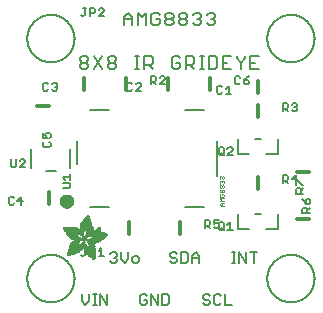
<source format=gbr>
G04 EAGLE Gerber RS-274X export*
G75*
%MOMM*%
%FSLAX34Y34*%
%LPD*%
%INSilkscreen Top*%
%IPPOS*%
%AMOC8*
5,1,8,0,0,1.08239X$1,22.5*%
G01*
%ADD10C,0.203200*%
%ADD11C,0.152400*%
%ADD12C,0.127000*%
%ADD13C,0.609600*%
%ADD14C,0.050800*%
%ADD15C,0.304800*%
%ADD16R,0.050800X0.006300*%
%ADD17R,0.082600X0.006400*%
%ADD18R,0.120600X0.006300*%
%ADD19R,0.139700X0.006400*%
%ADD20R,0.158800X0.006300*%
%ADD21R,0.177800X0.006400*%
%ADD22R,0.196800X0.006300*%
%ADD23R,0.215900X0.006400*%
%ADD24R,0.228600X0.006300*%
%ADD25R,0.241300X0.006400*%
%ADD26R,0.254000X0.006300*%
%ADD27R,0.266700X0.006400*%
%ADD28R,0.279400X0.006300*%
%ADD29R,0.285700X0.006400*%
%ADD30R,0.298400X0.006300*%
%ADD31R,0.311200X0.006400*%
%ADD32R,0.317500X0.006300*%
%ADD33R,0.330200X0.006400*%
%ADD34R,0.336600X0.006300*%
%ADD35R,0.349200X0.006400*%
%ADD36R,0.361900X0.006300*%
%ADD37R,0.368300X0.006400*%
%ADD38R,0.381000X0.006300*%
%ADD39R,0.387300X0.006400*%
%ADD40R,0.393700X0.006300*%
%ADD41R,0.406400X0.006400*%
%ADD42R,0.412700X0.006300*%
%ADD43R,0.419100X0.006400*%
%ADD44R,0.431800X0.006300*%
%ADD45R,0.438100X0.006400*%
%ADD46R,0.450800X0.006300*%
%ADD47R,0.457200X0.006400*%
%ADD48R,0.463500X0.006300*%
%ADD49R,0.476200X0.006400*%
%ADD50R,0.482600X0.006300*%
%ADD51R,0.488900X0.006400*%
%ADD52R,0.501600X0.006300*%
%ADD53R,0.508000X0.006400*%
%ADD54R,0.514300X0.006300*%
%ADD55R,0.527000X0.006400*%
%ADD56R,0.533400X0.006300*%
%ADD57R,0.546100X0.006400*%
%ADD58R,0.552400X0.006300*%
%ADD59R,0.558800X0.006400*%
%ADD60R,0.571500X0.006300*%
%ADD61R,0.577800X0.006400*%
%ADD62R,0.584200X0.006300*%
%ADD63R,0.596900X0.006400*%
%ADD64R,0.603200X0.006300*%
%ADD65R,0.609600X0.006400*%
%ADD66R,0.622300X0.006300*%
%ADD67R,0.628600X0.006400*%
%ADD68R,0.641300X0.006300*%
%ADD69R,0.647700X0.006400*%
%ADD70R,0.063500X0.006300*%
%ADD71R,0.654000X0.006300*%
%ADD72R,0.101600X0.006400*%
%ADD73R,0.666700X0.006400*%
%ADD74R,0.139700X0.006300*%
%ADD75R,0.673100X0.006300*%
%ADD76R,0.165100X0.006400*%
%ADD77R,0.679400X0.006400*%
%ADD78R,0.196900X0.006300*%
%ADD79R,0.692100X0.006300*%
%ADD80R,0.222200X0.006400*%
%ADD81R,0.698500X0.006400*%
%ADD82R,0.247700X0.006300*%
%ADD83R,0.704800X0.006300*%
%ADD84R,0.279400X0.006400*%
%ADD85R,0.717500X0.006400*%
%ADD86R,0.298500X0.006300*%
%ADD87R,0.723900X0.006300*%
%ADD88R,0.736600X0.006400*%
%ADD89R,0.342900X0.006300*%
%ADD90R,0.742900X0.006300*%
%ADD91R,0.374700X0.006400*%
%ADD92R,0.749300X0.006400*%
%ADD93R,0.762000X0.006300*%
%ADD94R,0.412700X0.006400*%
%ADD95R,0.768300X0.006400*%
%ADD96R,0.438100X0.006300*%
%ADD97R,0.774700X0.006300*%
%ADD98R,0.463600X0.006400*%
%ADD99R,0.787400X0.006400*%
%ADD100R,0.793700X0.006300*%
%ADD101R,0.495300X0.006400*%
%ADD102R,0.800100X0.006400*%
%ADD103R,0.520700X0.006300*%
%ADD104R,0.812800X0.006300*%
%ADD105R,0.533400X0.006400*%
%ADD106R,0.819100X0.006400*%
%ADD107R,0.558800X0.006300*%
%ADD108R,0.825500X0.006300*%
%ADD109R,0.577900X0.006400*%
%ADD110R,0.831800X0.006400*%
%ADD111R,0.596900X0.006300*%
%ADD112R,0.844500X0.006300*%
%ADD113R,0.616000X0.006400*%
%ADD114R,0.850900X0.006400*%
%ADD115R,0.635000X0.006300*%
%ADD116R,0.857200X0.006300*%
%ADD117R,0.654100X0.006400*%
%ADD118R,0.863600X0.006400*%
%ADD119R,0.666700X0.006300*%
%ADD120R,0.869900X0.006300*%
%ADD121R,0.685800X0.006400*%
%ADD122R,0.876300X0.006400*%
%ADD123R,0.882600X0.006300*%
%ADD124R,0.723900X0.006400*%
%ADD125R,0.889000X0.006400*%
%ADD126R,0.895300X0.006300*%
%ADD127R,0.755700X0.006400*%
%ADD128R,0.901700X0.006400*%
%ADD129R,0.908000X0.006300*%
%ADD130R,0.793800X0.006400*%
%ADD131R,0.914400X0.006400*%
%ADD132R,0.806400X0.006300*%
%ADD133R,0.920700X0.006300*%
%ADD134R,0.825500X0.006400*%
%ADD135R,0.927100X0.006400*%
%ADD136R,0.933400X0.006300*%
%ADD137R,0.857300X0.006400*%
%ADD138R,0.939800X0.006400*%
%ADD139R,0.870000X0.006300*%
%ADD140R,0.939800X0.006300*%
%ADD141R,0.946100X0.006400*%
%ADD142R,0.952500X0.006300*%
%ADD143R,0.908000X0.006400*%
%ADD144R,0.958800X0.006400*%
%ADD145R,0.965200X0.006300*%
%ADD146R,0.965200X0.006400*%
%ADD147R,0.971500X0.006300*%
%ADD148R,0.952500X0.006400*%
%ADD149R,0.977900X0.006400*%
%ADD150R,0.958800X0.006300*%
%ADD151R,0.984200X0.006300*%
%ADD152R,0.971500X0.006400*%
%ADD153R,0.984200X0.006400*%
%ADD154R,0.990600X0.006300*%
%ADD155R,0.984300X0.006400*%
%ADD156R,0.996900X0.006400*%
%ADD157R,0.997000X0.006300*%
%ADD158R,0.996900X0.006300*%
%ADD159R,1.003300X0.006400*%
%ADD160R,1.016000X0.006300*%
%ADD161R,1.009600X0.006300*%
%ADD162R,1.016000X0.006400*%
%ADD163R,1.009600X0.006400*%
%ADD164R,1.022300X0.006300*%
%ADD165R,1.028700X0.006400*%
%ADD166R,1.035100X0.006300*%
%ADD167R,1.047800X0.006400*%
%ADD168R,1.054100X0.006300*%
%ADD169R,1.028700X0.006300*%
%ADD170R,1.054100X0.006400*%
%ADD171R,1.035000X0.006400*%
%ADD172R,1.060400X0.006300*%
%ADD173R,1.035000X0.006300*%
%ADD174R,1.060500X0.006400*%
%ADD175R,1.041400X0.006400*%
%ADD176R,1.066800X0.006300*%
%ADD177R,1.041400X0.006300*%
%ADD178R,1.079500X0.006400*%
%ADD179R,1.047700X0.006400*%
%ADD180R,1.085900X0.006300*%
%ADD181R,1.047700X0.006300*%
%ADD182R,1.085800X0.006400*%
%ADD183R,1.092200X0.006300*%
%ADD184R,1.085900X0.006400*%
%ADD185R,1.098600X0.006300*%
%ADD186R,1.098600X0.006400*%
%ADD187R,1.060400X0.006400*%
%ADD188R,1.104900X0.006300*%
%ADD189R,1.104900X0.006400*%
%ADD190R,1.066800X0.006400*%
%ADD191R,1.111200X0.006300*%
%ADD192R,1.117600X0.006400*%
%ADD193R,1.117600X0.006300*%
%ADD194R,1.073100X0.006300*%
%ADD195R,1.073100X0.006400*%
%ADD196R,1.124000X0.006300*%
%ADD197R,1.079500X0.006300*%
%ADD198R,1.123900X0.006400*%
%ADD199R,1.130300X0.006300*%
%ADD200R,1.130300X0.006400*%
%ADD201R,1.136700X0.006400*%
%ADD202R,1.136700X0.006300*%
%ADD203R,1.085800X0.006300*%
%ADD204R,1.136600X0.006400*%
%ADD205R,1.136600X0.006300*%
%ADD206R,1.143000X0.006400*%
%ADD207R,1.143000X0.006300*%
%ADD208R,1.149400X0.006300*%
%ADD209R,1.149300X0.006300*%
%ADD210R,1.149300X0.006400*%
%ADD211R,1.149400X0.006400*%
%ADD212R,1.155700X0.006400*%
%ADD213R,1.155700X0.006300*%
%ADD214R,1.060500X0.006300*%
%ADD215R,2.197100X0.006400*%
%ADD216R,2.197100X0.006300*%
%ADD217R,2.184400X0.006300*%
%ADD218R,2.184400X0.006400*%
%ADD219R,2.171700X0.006400*%
%ADD220R,2.171700X0.006300*%
%ADD221R,1.530300X0.006400*%
%ADD222R,1.505000X0.006300*%
%ADD223R,1.492300X0.006400*%
%ADD224R,1.485900X0.006300*%
%ADD225R,0.565200X0.006300*%
%ADD226R,1.473200X0.006400*%
%ADD227R,0.565200X0.006400*%
%ADD228R,1.460500X0.006300*%
%ADD229R,1.454100X0.006400*%
%ADD230R,0.552400X0.006400*%
%ADD231R,1.441500X0.006300*%
%ADD232R,0.546100X0.006300*%
%ADD233R,1.435100X0.006400*%
%ADD234R,0.539800X0.006400*%
%ADD235R,1.428800X0.006300*%
%ADD236R,1.422400X0.006400*%
%ADD237R,1.409700X0.006300*%
%ADD238R,0.527100X0.006300*%
%ADD239R,1.403300X0.006400*%
%ADD240R,0.527100X0.006400*%
%ADD241R,1.390700X0.006300*%
%ADD242R,1.384300X0.006400*%
%ADD243R,0.520700X0.006400*%
%ADD244R,1.384300X0.006300*%
%ADD245R,0.514400X0.006300*%
%ADD246R,1.371600X0.006400*%
%ADD247R,1.365200X0.006300*%
%ADD248R,0.508000X0.006300*%
%ADD249R,1.352600X0.006400*%
%ADD250R,0.501700X0.006400*%
%ADD251R,0.711200X0.006300*%
%ADD252R,0.603300X0.006300*%
%ADD253R,0.501700X0.006300*%
%ADD254R,0.692100X0.006400*%
%ADD255R,0.571500X0.006400*%
%ADD256R,0.679400X0.006300*%
%ADD257R,0.495300X0.006300*%
%ADD258R,0.673100X0.006400*%
%ADD259R,0.666800X0.006300*%
%ADD260R,0.488900X0.006300*%
%ADD261R,0.660400X0.006400*%
%ADD262R,0.482600X0.006400*%
%ADD263R,0.476200X0.006300*%
%ADD264R,0.654000X0.006400*%
%ADD265R,0.469900X0.006400*%
%ADD266R,0.476300X0.006400*%
%ADD267R,0.647700X0.006300*%
%ADD268R,0.457200X0.006300*%
%ADD269R,0.469900X0.006300*%
%ADD270R,0.641300X0.006400*%
%ADD271R,0.444500X0.006400*%
%ADD272R,0.463600X0.006300*%
%ADD273R,0.635000X0.006400*%
%ADD274R,0.463500X0.006400*%
%ADD275R,0.393700X0.006400*%
%ADD276R,0.450800X0.006400*%
%ADD277R,0.628600X0.006300*%
%ADD278R,0.387400X0.006300*%
%ADD279R,0.450900X0.006300*%
%ADD280R,0.628700X0.006400*%
%ADD281R,0.374600X0.006400*%
%ADD282R,0.368300X0.006300*%
%ADD283R,0.438200X0.006300*%
%ADD284R,0.622300X0.006400*%
%ADD285R,0.355600X0.006400*%
%ADD286R,0.431800X0.006400*%
%ADD287R,0.349300X0.006300*%
%ADD288R,0.425400X0.006300*%
%ADD289R,0.615900X0.006300*%
%ADD290R,0.330200X0.006300*%
%ADD291R,0.419100X0.006300*%
%ADD292R,0.616000X0.006300*%
%ADD293R,0.311200X0.006300*%
%ADD294R,0.406400X0.006300*%
%ADD295R,0.615900X0.006400*%
%ADD296R,0.304800X0.006400*%
%ADD297R,0.158800X0.006400*%
%ADD298R,0.609600X0.006300*%
%ADD299R,0.292100X0.006300*%
%ADD300R,0.235000X0.006300*%
%ADD301R,0.387400X0.006400*%
%ADD302R,0.292100X0.006400*%
%ADD303R,0.336500X0.006300*%
%ADD304R,0.260400X0.006300*%
%ADD305R,0.603300X0.006400*%
%ADD306R,0.260400X0.006400*%
%ADD307R,0.362000X0.006400*%
%ADD308R,0.450900X0.006400*%
%ADD309R,0.355600X0.006300*%
%ADD310R,0.342900X0.006400*%
%ADD311R,0.514300X0.006400*%
%ADD312R,0.234900X0.006300*%
%ADD313R,0.539700X0.006300*%
%ADD314R,0.603200X0.006400*%
%ADD315R,0.234900X0.006400*%
%ADD316R,0.920700X0.006400*%
%ADD317R,0.958900X0.006400*%
%ADD318R,0.215900X0.006300*%
%ADD319R,0.209600X0.006400*%
%ADD320R,0.203200X0.006300*%
%ADD321R,1.003300X0.006300*%
%ADD322R,0.203200X0.006400*%
%ADD323R,0.196900X0.006400*%
%ADD324R,0.190500X0.006300*%
%ADD325R,0.190500X0.006400*%
%ADD326R,0.184200X0.006300*%
%ADD327R,0.590500X0.006400*%
%ADD328R,0.184200X0.006400*%
%ADD329R,0.590500X0.006300*%
%ADD330R,0.177800X0.006300*%
%ADD331R,0.584200X0.006400*%
%ADD332R,1.168400X0.006400*%
%ADD333R,0.171500X0.006300*%
%ADD334R,1.187500X0.006300*%
%ADD335R,1.200100X0.006400*%
%ADD336R,0.577800X0.006300*%
%ADD337R,1.212900X0.006300*%
%ADD338R,1.231900X0.006400*%
%ADD339R,1.250900X0.006300*%
%ADD340R,0.565100X0.006400*%
%ADD341R,0.184100X0.006400*%
%ADD342R,1.263700X0.006400*%
%ADD343R,0.565100X0.006300*%
%ADD344R,1.289100X0.006300*%
%ADD345R,1.314400X0.006400*%
%ADD346R,0.552500X0.006300*%
%ADD347R,1.568500X0.006300*%
%ADD348R,0.552500X0.006400*%
%ADD349R,1.581200X0.006400*%
%ADD350R,1.593800X0.006300*%
%ADD351R,1.606500X0.006400*%
%ADD352R,1.619300X0.006300*%
%ADD353R,0.514400X0.006400*%
%ADD354R,1.638300X0.006400*%
%ADD355R,1.657300X0.006300*%
%ADD356R,2.209800X0.006400*%
%ADD357R,2.425700X0.006300*%
%ADD358R,2.470100X0.006400*%
%ADD359R,2.501900X0.006300*%
%ADD360R,2.533700X0.006400*%
%ADD361R,2.559000X0.006300*%
%ADD362R,2.584500X0.006400*%
%ADD363R,2.609900X0.006300*%
%ADD364R,2.628900X0.006400*%
%ADD365R,2.660600X0.006300*%
%ADD366R,2.673400X0.006400*%
%ADD367R,1.422400X0.006300*%
%ADD368R,1.200200X0.006300*%
%ADD369R,1.365300X0.006300*%
%ADD370R,1.365300X0.006400*%
%ADD371R,1.352500X0.006300*%
%ADD372R,1.098500X0.006300*%
%ADD373R,1.358900X0.006400*%
%ADD374R,1.352600X0.006300*%
%ADD375R,1.358900X0.006300*%
%ADD376R,1.371600X0.006300*%
%ADD377R,1.377900X0.006400*%
%ADD378R,1.397000X0.006400*%
%ADD379R,1.403300X0.006300*%
%ADD380R,0.914400X0.006300*%
%ADD381R,0.876300X0.006300*%
%ADD382R,0.374600X0.006300*%
%ADD383R,1.073200X0.006400*%
%ADD384R,0.374700X0.006300*%
%ADD385R,0.844600X0.006400*%
%ADD386R,0.844600X0.006300*%
%ADD387R,0.831900X0.006400*%
%ADD388R,1.092200X0.006400*%
%ADD389R,0.400000X0.006300*%
%ADD390R,0.819200X0.006400*%
%ADD391R,1.111300X0.006400*%
%ADD392R,0.812800X0.006400*%
%ADD393R,0.800100X0.006300*%
%ADD394R,0.476300X0.006300*%
%ADD395R,1.181100X0.006300*%
%ADD396R,0.501600X0.006400*%
%ADD397R,1.193800X0.006400*%
%ADD398R,0.781000X0.006400*%
%ADD399R,1.238200X0.006400*%
%ADD400R,0.781100X0.006300*%
%ADD401R,1.257300X0.006300*%
%ADD402R,1.295400X0.006400*%
%ADD403R,1.333500X0.006300*%
%ADD404R,0.774700X0.006400*%
%ADD405R,1.866900X0.006400*%
%ADD406R,0.209600X0.006300*%
%ADD407R,1.866900X0.006300*%
%ADD408R,0.768400X0.006400*%
%ADD409R,0.209500X0.006400*%
%ADD410R,1.860600X0.006400*%
%ADD411R,0.762000X0.006400*%
%ADD412R,0.768400X0.006300*%
%ADD413R,1.860600X0.006300*%
%ADD414R,1.860500X0.006400*%
%ADD415R,0.222300X0.006300*%
%ADD416R,1.854200X0.006300*%
%ADD417R,0.235000X0.006400*%
%ADD418R,1.854200X0.006400*%
%ADD419R,0.768300X0.006300*%
%ADD420R,0.260300X0.006400*%
%ADD421R,1.847800X0.006400*%
%ADD422R,0.266700X0.006300*%
%ADD423R,1.847800X0.006300*%
%ADD424R,0.273100X0.006400*%
%ADD425R,1.841500X0.006400*%
%ADD426R,0.285800X0.006300*%
%ADD427R,1.841500X0.006300*%
%ADD428R,0.298500X0.006400*%
%ADD429R,1.835100X0.006400*%
%ADD430R,0.781000X0.006300*%
%ADD431R,0.304800X0.006300*%
%ADD432R,1.835100X0.006300*%
%ADD433R,0.317500X0.006400*%
%ADD434R,1.828800X0.006400*%
%ADD435R,0.787400X0.006300*%
%ADD436R,0.323800X0.006300*%
%ADD437R,1.828800X0.006300*%
%ADD438R,0.793700X0.006400*%
%ADD439R,1.822400X0.006400*%
%ADD440R,0.806500X0.006300*%
%ADD441R,1.822400X0.006300*%
%ADD442R,1.816100X0.006400*%
%ADD443R,0.819100X0.006300*%
%ADD444R,0.387300X0.006300*%
%ADD445R,1.816100X0.006300*%
%ADD446R,1.809800X0.006400*%
%ADD447R,1.803400X0.006300*%
%ADD448R,1.797000X0.006400*%
%ADD449R,0.901700X0.006300*%
%ADD450R,1.797000X0.006300*%
%ADD451R,1.441400X0.006400*%
%ADD452R,1.790700X0.006400*%
%ADD453R,1.447800X0.006300*%
%ADD454R,1.784300X0.006300*%
%ADD455R,1.447800X0.006400*%
%ADD456R,1.784300X0.006400*%
%ADD457R,1.454100X0.006300*%
%ADD458R,1.771700X0.006300*%
%ADD459R,1.460500X0.006400*%
%ADD460R,1.759000X0.006400*%
%ADD461R,1.466800X0.006300*%
%ADD462R,1.752600X0.006300*%
%ADD463R,1.466800X0.006400*%
%ADD464R,1.739900X0.006400*%
%ADD465R,1.473200X0.006300*%
%ADD466R,1.727200X0.006300*%
%ADD467R,1.479500X0.006400*%
%ADD468R,1.714500X0.006400*%
%ADD469R,1.695400X0.006300*%
%ADD470R,1.485900X0.006400*%
%ADD471R,1.682700X0.006400*%
%ADD472R,1.492200X0.006300*%
%ADD473R,1.663700X0.006300*%
%ADD474R,1.498600X0.006400*%
%ADD475R,1.644600X0.006400*%
%ADD476R,1.498600X0.006300*%
%ADD477R,1.619200X0.006300*%
%ADD478R,1.511300X0.006400*%
%ADD479R,1.600200X0.006400*%
%ADD480R,1.517700X0.006300*%
%ADD481R,1.574800X0.006300*%
%ADD482R,1.524000X0.006400*%
%ADD483R,1.555800X0.006400*%
%ADD484R,1.524000X0.006300*%
%ADD485R,1.536700X0.006300*%
%ADD486R,1.530400X0.006400*%
%ADD487R,1.517700X0.006400*%
%ADD488R,1.492300X0.006300*%
%ADD489R,1.549400X0.006400*%
%ADD490R,1.479600X0.006400*%
%ADD491R,1.549400X0.006300*%
%ADD492R,1.555700X0.006400*%
%ADD493R,1.562100X0.006300*%
%ADD494R,0.323900X0.006300*%
%ADD495R,1.568400X0.006400*%
%ADD496R,0.336600X0.006400*%
%ADD497R,1.587500X0.006300*%
%ADD498R,0.971600X0.006300*%
%ADD499R,0.349300X0.006400*%
%ADD500R,1.600200X0.006300*%
%ADD501R,0.920800X0.006300*%
%ADD502R,0.882700X0.006400*%
%ADD503R,1.612900X0.006300*%
%ADD504R,0.362000X0.006300*%
%ADD505R,1.625600X0.006400*%
%ADD506R,1.625600X0.006300*%
%ADD507R,1.644600X0.006300*%
%ADD508R,0.736600X0.006300*%
%ADD509R,0.717600X0.006400*%
%ADD510R,1.657400X0.006300*%
%ADD511R,0.679500X0.006300*%
%ADD512R,1.663700X0.006400*%
%ADD513R,0.400000X0.006400*%
%ADD514R,1.676400X0.006300*%
%ADD515R,1.676400X0.006400*%
%ADD516R,0.425500X0.006400*%
%ADD517R,1.352500X0.006400*%
%ADD518R,0.444500X0.006300*%
%ADD519R,0.361900X0.006400*%
%ADD520R,0.088900X0.006300*%
%ADD521R,1.009700X0.006300*%
%ADD522R,1.009700X0.006400*%
%ADD523R,1.022300X0.006400*%
%ADD524R,1.346200X0.006400*%
%ADD525R,1.346200X0.006300*%
%ADD526R,1.339900X0.006400*%
%ADD527R,1.035100X0.006400*%
%ADD528R,1.339800X0.006300*%
%ADD529R,1.333500X0.006400*%
%ADD530R,1.327200X0.006400*%
%ADD531R,1.320800X0.006300*%
%ADD532R,1.314500X0.006400*%
%ADD533R,1.314400X0.006300*%
%ADD534R,1.301700X0.006400*%
%ADD535R,1.295400X0.006300*%
%ADD536R,1.289000X0.006400*%
%ADD537R,1.276300X0.006300*%
%ADD538R,1.251000X0.006300*%
%ADD539R,1.244600X0.006400*%
%ADD540R,1.231900X0.006300*%
%ADD541R,1.212800X0.006400*%
%ADD542R,1.200100X0.006300*%
%ADD543R,1.187400X0.006400*%
%ADD544R,1.168400X0.006300*%
%ADD545R,1.047800X0.006300*%
%ADD546R,0.977900X0.006300*%
%ADD547R,0.946200X0.006400*%
%ADD548R,0.933400X0.006400*%
%ADD549R,0.895300X0.006400*%
%ADD550R,0.882700X0.006300*%
%ADD551R,0.863600X0.006300*%
%ADD552R,0.857200X0.006400*%
%ADD553R,0.850900X0.006300*%
%ADD554R,0.838200X0.006300*%
%ADD555R,0.806500X0.006400*%
%ADD556R,0.717600X0.006300*%
%ADD557R,0.711200X0.006400*%
%ADD558R,0.641400X0.006400*%
%ADD559R,0.641400X0.006300*%
%ADD560R,0.628700X0.006300*%
%ADD561R,0.590600X0.006300*%
%ADD562R,0.539700X0.006400*%
%ADD563R,0.285700X0.006300*%
%ADD564R,0.222200X0.006300*%
%ADD565R,0.171400X0.006300*%
%ADD566R,0.152400X0.006400*%
%ADD567R,0.133400X0.006300*%


D10*
X50056Y211844D02*
X51836Y213623D01*
X55395Y213623D01*
X57174Y211844D01*
X57174Y210064D01*
X55395Y208285D01*
X57174Y206505D01*
X57174Y204726D01*
X55395Y202946D01*
X51836Y202946D01*
X50056Y204726D01*
X50056Y206505D01*
X51836Y208285D01*
X50056Y210064D01*
X50056Y211844D01*
X51836Y208285D02*
X55395Y208285D01*
X61750Y213623D02*
X68868Y202946D01*
X61750Y202946D02*
X68868Y213623D01*
X73444Y211844D02*
X75224Y213623D01*
X78783Y213623D01*
X80562Y211844D01*
X80562Y210064D01*
X78783Y208285D01*
X80562Y206505D01*
X80562Y204726D01*
X78783Y202946D01*
X75224Y202946D01*
X73444Y204726D01*
X73444Y206505D01*
X75224Y208285D01*
X73444Y210064D01*
X73444Y211844D01*
X75224Y208285D02*
X78783Y208285D01*
X96832Y202946D02*
X100391Y202946D01*
X98611Y202946D02*
X98611Y213623D01*
X96832Y213623D02*
X100391Y213623D01*
X104628Y213623D02*
X104628Y202946D01*
X104628Y213623D02*
X109966Y213623D01*
X111746Y211844D01*
X111746Y208285D01*
X109966Y206505D01*
X104628Y206505D01*
X108187Y206505D02*
X111746Y202946D01*
X133354Y213623D02*
X135134Y211844D01*
X133354Y213623D02*
X129795Y213623D01*
X128016Y211844D01*
X128016Y204726D01*
X129795Y202946D01*
X133354Y202946D01*
X135134Y204726D01*
X135134Y208285D01*
X131575Y208285D01*
X139710Y213623D02*
X139710Y202946D01*
X139710Y213623D02*
X145048Y213623D01*
X146828Y211844D01*
X146828Y208285D01*
X145048Y206505D01*
X139710Y206505D01*
X143269Y206505D02*
X146828Y202946D01*
X151404Y202946D02*
X154963Y202946D01*
X153183Y202946D02*
X153183Y213623D01*
X151404Y213623D02*
X154963Y213623D01*
X159200Y213623D02*
X159200Y202946D01*
X164538Y202946D01*
X166318Y204726D01*
X166318Y211844D01*
X164538Y213623D01*
X159200Y213623D01*
X170894Y213623D02*
X178012Y213623D01*
X170894Y213623D02*
X170894Y202946D01*
X178012Y202946D01*
X174453Y208285D02*
X170894Y208285D01*
X182588Y211844D02*
X182588Y213623D01*
X182588Y211844D02*
X186147Y208285D01*
X189706Y211844D01*
X189706Y213623D01*
X186147Y208285D02*
X186147Y202946D01*
X194282Y213623D02*
X201400Y213623D01*
X194282Y213623D02*
X194282Y202946D01*
X201400Y202946D01*
X197841Y208285D02*
X194282Y208285D01*
D11*
X51788Y11945D02*
X51788Y6183D01*
X54670Y3302D01*
X57551Y6183D01*
X57551Y11945D01*
X61144Y3302D02*
X64025Y3302D01*
X62584Y3302D02*
X62584Y11945D01*
X61144Y11945D02*
X64025Y11945D01*
X67380Y11945D02*
X67380Y3302D01*
X73143Y3302D02*
X67380Y11945D01*
X73143Y11945D02*
X73143Y3302D01*
X75629Y46065D02*
X77070Y47505D01*
X79951Y47505D01*
X81391Y46065D01*
X81391Y44624D01*
X79951Y43184D01*
X78510Y43184D01*
X79951Y43184D02*
X81391Y41743D01*
X81391Y40303D01*
X79951Y38862D01*
X77070Y38862D01*
X75629Y40303D01*
X84984Y41743D02*
X84984Y47505D01*
X84984Y41743D02*
X87866Y38862D01*
X90747Y41743D01*
X90747Y47505D01*
X95780Y38862D02*
X98661Y38862D01*
X100102Y40303D01*
X100102Y43184D01*
X98661Y44624D01*
X95780Y44624D01*
X94340Y43184D01*
X94340Y40303D01*
X95780Y38862D01*
X105351Y11945D02*
X106791Y10505D01*
X105351Y11945D02*
X102470Y11945D01*
X101029Y10505D01*
X101029Y4743D01*
X102470Y3302D01*
X105351Y3302D01*
X106791Y4743D01*
X106791Y7624D01*
X103910Y7624D01*
X110384Y11945D02*
X110384Y3302D01*
X116147Y3302D02*
X110384Y11945D01*
X116147Y11945D02*
X116147Y3302D01*
X119740Y3302D02*
X119740Y11945D01*
X119740Y3302D02*
X124061Y3302D01*
X125502Y4743D01*
X125502Y10505D01*
X124061Y11945D01*
X119740Y11945D01*
X132191Y46065D02*
X130751Y47505D01*
X127870Y47505D01*
X126429Y46065D01*
X126429Y44624D01*
X127870Y43184D01*
X130751Y43184D01*
X132191Y41743D01*
X132191Y40303D01*
X130751Y38862D01*
X127870Y38862D01*
X126429Y40303D01*
X135784Y38862D02*
X135784Y47505D01*
X135784Y38862D02*
X140106Y38862D01*
X141547Y40303D01*
X141547Y46065D01*
X140106Y47505D01*
X135784Y47505D01*
X145140Y44624D02*
X145140Y38862D01*
X145140Y44624D02*
X148021Y47505D01*
X150902Y44624D01*
X150902Y38862D01*
X150902Y43184D02*
X145140Y43184D01*
X158691Y11945D02*
X160131Y10505D01*
X158691Y11945D02*
X155810Y11945D01*
X154369Y10505D01*
X154369Y9064D01*
X155810Y7624D01*
X158691Y7624D01*
X160131Y6183D01*
X160131Y4743D01*
X158691Y3302D01*
X155810Y3302D01*
X154369Y4743D01*
X168046Y11945D02*
X169487Y10505D01*
X168046Y11945D02*
X165165Y11945D01*
X163724Y10505D01*
X163724Y4743D01*
X165165Y3302D01*
X168046Y3302D01*
X169487Y4743D01*
X173080Y3302D02*
X173080Y11945D01*
X173080Y3302D02*
X178842Y3302D01*
X178788Y38862D02*
X181670Y38862D01*
X180229Y38862D02*
X180229Y47505D01*
X178788Y47505D02*
X181670Y47505D01*
X185025Y47505D02*
X185025Y38862D01*
X190787Y38862D02*
X185025Y47505D01*
X190787Y47505D02*
X190787Y38862D01*
X197262Y38862D02*
X197262Y47505D01*
X200143Y47505D02*
X194380Y47505D01*
D10*
X87087Y239776D02*
X87087Y246894D01*
X90646Y250453D01*
X94205Y246894D01*
X94205Y239776D01*
X94205Y245115D02*
X87087Y245115D01*
X98781Y250453D02*
X98781Y239776D01*
X102340Y246894D02*
X98781Y250453D01*
X102340Y246894D02*
X105899Y250453D01*
X105899Y239776D01*
X115814Y250453D02*
X117593Y248674D01*
X115814Y250453D02*
X112254Y250453D01*
X110475Y248674D01*
X110475Y241556D01*
X112254Y239776D01*
X115814Y239776D01*
X117593Y241556D01*
X117593Y245115D01*
X114034Y245115D01*
X122169Y248674D02*
X123948Y250453D01*
X127508Y250453D01*
X129287Y248674D01*
X129287Y246894D01*
X127508Y245115D01*
X129287Y243335D01*
X129287Y241556D01*
X127508Y239776D01*
X123948Y239776D01*
X122169Y241556D01*
X122169Y243335D01*
X123948Y245115D01*
X122169Y246894D01*
X122169Y248674D01*
X123948Y245115D02*
X127508Y245115D01*
X133863Y248674D02*
X135642Y250453D01*
X139201Y250453D01*
X140981Y248674D01*
X140981Y246894D01*
X139201Y245115D01*
X140981Y243335D01*
X140981Y241556D01*
X139201Y239776D01*
X135642Y239776D01*
X133863Y241556D01*
X133863Y243335D01*
X135642Y245115D01*
X133863Y246894D01*
X133863Y248674D01*
X135642Y245115D02*
X139201Y245115D01*
X145557Y248674D02*
X147336Y250453D01*
X150895Y250453D01*
X152675Y248674D01*
X152675Y246894D01*
X150895Y245115D01*
X149116Y245115D01*
X150895Y245115D02*
X152675Y243335D01*
X152675Y241556D01*
X150895Y239776D01*
X147336Y239776D01*
X145557Y241556D01*
X157251Y248674D02*
X159030Y250453D01*
X162589Y250453D01*
X164369Y248674D01*
X164369Y246894D01*
X162589Y245115D01*
X160810Y245115D01*
X162589Y245115D02*
X164369Y243335D01*
X164369Y241556D01*
X162589Y239776D01*
X159030Y239776D01*
X157251Y241556D01*
D12*
X74680Y86000D02*
X58680Y86000D01*
X58680Y168000D02*
X74680Y168000D01*
X47680Y142000D02*
X47680Y122000D01*
X165680Y112000D02*
X165680Y142000D01*
X154680Y168000D02*
X138680Y168000D01*
X138680Y86000D02*
X154680Y86000D01*
D13*
X35680Y91000D02*
X35682Y91109D01*
X35688Y91218D01*
X35698Y91326D01*
X35712Y91434D01*
X35729Y91542D01*
X35751Y91649D01*
X35776Y91755D01*
X35806Y91859D01*
X35839Y91963D01*
X35876Y92066D01*
X35916Y92167D01*
X35960Y92266D01*
X36008Y92364D01*
X36060Y92461D01*
X36114Y92555D01*
X36172Y92647D01*
X36234Y92737D01*
X36299Y92824D01*
X36366Y92910D01*
X36437Y92993D01*
X36511Y93073D01*
X36588Y93150D01*
X36667Y93225D01*
X36749Y93296D01*
X36834Y93365D01*
X36921Y93430D01*
X37010Y93493D01*
X37102Y93551D01*
X37196Y93607D01*
X37291Y93659D01*
X37389Y93708D01*
X37488Y93753D01*
X37589Y93795D01*
X37691Y93832D01*
X37794Y93866D01*
X37899Y93897D01*
X38005Y93923D01*
X38111Y93946D01*
X38219Y93964D01*
X38327Y93979D01*
X38435Y93990D01*
X38544Y93997D01*
X38653Y94000D01*
X38762Y93999D01*
X38871Y93994D01*
X38979Y93985D01*
X39087Y93972D01*
X39195Y93955D01*
X39302Y93935D01*
X39408Y93910D01*
X39513Y93882D01*
X39617Y93850D01*
X39720Y93814D01*
X39822Y93774D01*
X39922Y93731D01*
X40020Y93684D01*
X40117Y93634D01*
X40211Y93580D01*
X40304Y93522D01*
X40395Y93462D01*
X40483Y93398D01*
X40569Y93331D01*
X40652Y93261D01*
X40733Y93188D01*
X40811Y93112D01*
X40886Y93033D01*
X40959Y92951D01*
X41028Y92867D01*
X41094Y92781D01*
X41157Y92692D01*
X41217Y92601D01*
X41274Y92508D01*
X41327Y92413D01*
X41376Y92316D01*
X41422Y92217D01*
X41464Y92117D01*
X41503Y92015D01*
X41538Y91911D01*
X41569Y91807D01*
X41597Y91702D01*
X41620Y91595D01*
X41640Y91488D01*
X41656Y91380D01*
X41668Y91272D01*
X41676Y91163D01*
X41680Y91054D01*
X41680Y90946D01*
X41676Y90837D01*
X41668Y90728D01*
X41656Y90620D01*
X41640Y90512D01*
X41620Y90405D01*
X41597Y90298D01*
X41569Y90193D01*
X41538Y90089D01*
X41503Y89985D01*
X41464Y89883D01*
X41422Y89783D01*
X41376Y89684D01*
X41327Y89587D01*
X41274Y89492D01*
X41217Y89399D01*
X41157Y89308D01*
X41094Y89219D01*
X41028Y89133D01*
X40959Y89049D01*
X40886Y88967D01*
X40811Y88888D01*
X40733Y88812D01*
X40652Y88739D01*
X40569Y88669D01*
X40483Y88602D01*
X40395Y88538D01*
X40304Y88478D01*
X40211Y88420D01*
X40117Y88366D01*
X40020Y88316D01*
X39922Y88269D01*
X39822Y88226D01*
X39720Y88186D01*
X39617Y88150D01*
X39513Y88118D01*
X39408Y88090D01*
X39302Y88065D01*
X39195Y88045D01*
X39087Y88028D01*
X38979Y88015D01*
X38871Y88006D01*
X38762Y88001D01*
X38653Y88000D01*
X38544Y88003D01*
X38435Y88010D01*
X38327Y88021D01*
X38219Y88036D01*
X38111Y88054D01*
X38005Y88077D01*
X37899Y88103D01*
X37794Y88134D01*
X37691Y88168D01*
X37589Y88205D01*
X37488Y88247D01*
X37389Y88292D01*
X37291Y88341D01*
X37196Y88393D01*
X37102Y88449D01*
X37010Y88507D01*
X36921Y88570D01*
X36834Y88635D01*
X36749Y88704D01*
X36667Y88775D01*
X36588Y88850D01*
X36511Y88927D01*
X36437Y89007D01*
X36366Y89090D01*
X36299Y89176D01*
X36234Y89263D01*
X36172Y89353D01*
X36114Y89445D01*
X36060Y89539D01*
X36008Y89636D01*
X35960Y89734D01*
X35916Y89833D01*
X35876Y89934D01*
X35839Y90037D01*
X35806Y90141D01*
X35776Y90245D01*
X35751Y90351D01*
X35729Y90458D01*
X35712Y90566D01*
X35698Y90674D01*
X35688Y90782D01*
X35682Y90891D01*
X35680Y91000D01*
D11*
X35308Y101762D02*
X40816Y101762D01*
X41918Y102864D01*
X41918Y105067D01*
X40816Y106168D01*
X35308Y106168D01*
X37512Y109246D02*
X35308Y111449D01*
X41918Y111449D01*
X41918Y109246D02*
X41918Y113653D01*
D14*
X169593Y87124D02*
X171966Y87124D01*
X169593Y87124D02*
X168407Y88310D01*
X169593Y89497D01*
X171966Y89497D01*
X170187Y89497D02*
X170187Y87124D01*
X171966Y90866D02*
X168407Y90866D01*
X169593Y92052D01*
X168407Y93239D01*
X171966Y93239D01*
X168407Y96388D02*
X169000Y96981D01*
X168407Y96388D02*
X168407Y95201D01*
X169000Y94608D01*
X171373Y94608D01*
X171966Y95201D01*
X171966Y96388D01*
X171373Y96981D01*
X170187Y96981D01*
X170187Y95794D01*
X169000Y98350D02*
X168407Y98943D01*
X168407Y100130D01*
X169000Y100723D01*
X169593Y100723D01*
X170187Y100130D01*
X170780Y100723D01*
X171373Y100723D01*
X171966Y100130D01*
X171966Y98943D01*
X171373Y98350D01*
X170780Y98350D01*
X170187Y98943D01*
X169593Y98350D01*
X169000Y98350D01*
X170187Y98943D02*
X170187Y100130D01*
X169000Y102092D02*
X168407Y102685D01*
X168407Y103872D01*
X169000Y104465D01*
X169593Y104465D01*
X170187Y103872D01*
X170780Y104465D01*
X171373Y104465D01*
X171966Y103872D01*
X171966Y102685D01*
X171373Y102092D01*
X170780Y102092D01*
X170187Y102685D01*
X169593Y102092D01*
X169000Y102092D01*
X170187Y102685D02*
X170187Y103872D01*
X169000Y105834D02*
X168407Y106427D01*
X168407Y107614D01*
X169000Y108207D01*
X169593Y108207D01*
X170187Y107614D01*
X170187Y107021D01*
X170187Y107614D02*
X170780Y108207D01*
X171373Y108207D01*
X171966Y107614D01*
X171966Y106427D01*
X171373Y105834D01*
X169000Y109576D02*
X168407Y110170D01*
X168407Y111356D01*
X169000Y111949D01*
X169593Y111949D01*
X170187Y111356D01*
X170187Y110763D01*
X170187Y111356D02*
X170780Y111949D01*
X171373Y111949D01*
X171966Y111356D01*
X171966Y110170D01*
X171373Y109576D01*
D15*
X200660Y182880D02*
X200660Y193040D01*
D11*
X170540Y187372D02*
X169439Y188474D01*
X167235Y188474D01*
X166134Y187372D01*
X166134Y182966D01*
X167235Y181864D01*
X169439Y181864D01*
X170540Y182966D01*
X173618Y186270D02*
X175821Y188474D01*
X175821Y181864D01*
X173618Y181864D02*
X178024Y181864D01*
D15*
X124460Y185420D02*
X124460Y195580D01*
D11*
X94340Y189912D02*
X93239Y191014D01*
X91035Y191014D01*
X89934Y189912D01*
X89934Y185506D01*
X91035Y184404D01*
X93239Y184404D01*
X94340Y185506D01*
X97418Y184404D02*
X101824Y184404D01*
X97418Y184404D02*
X101824Y188810D01*
X101824Y189912D01*
X100723Y191014D01*
X98519Y191014D01*
X97418Y189912D01*
D15*
X53340Y185420D02*
X53340Y195580D01*
D11*
X23220Y189912D02*
X22119Y191014D01*
X19915Y191014D01*
X18814Y189912D01*
X18814Y185506D01*
X19915Y184404D01*
X22119Y184404D01*
X23220Y185506D01*
X26298Y189912D02*
X27399Y191014D01*
X29603Y191014D01*
X30704Y189912D01*
X30704Y188810D01*
X29603Y187709D01*
X28501Y187709D01*
X29603Y187709D02*
X30704Y186607D01*
X30704Y185506D01*
X29603Y184404D01*
X27399Y184404D01*
X26298Y185506D01*
D15*
X88900Y185420D02*
X88900Y195580D01*
D11*
X109982Y196602D02*
X109982Y189992D01*
X109982Y196602D02*
X113287Y196602D01*
X114388Y195500D01*
X114388Y193297D01*
X113287Y192195D01*
X109982Y192195D01*
X112185Y192195D02*
X114388Y189992D01*
X117466Y189992D02*
X121873Y189992D01*
X121873Y194398D02*
X117466Y189992D01*
X121873Y194398D02*
X121873Y195500D01*
X120771Y196602D01*
X118568Y196602D01*
X117466Y195500D01*
D15*
X200660Y172720D02*
X200660Y162560D01*
D11*
X221742Y167132D02*
X221742Y173742D01*
X225047Y173742D01*
X226148Y172640D01*
X226148Y170437D01*
X225047Y169335D01*
X221742Y169335D01*
X223945Y169335D02*
X226148Y167132D01*
X229226Y172640D02*
X230328Y173742D01*
X232531Y173742D01*
X233633Y172640D01*
X233633Y171538D01*
X232531Y170437D01*
X231429Y170437D01*
X232531Y170437D02*
X233633Y169335D01*
X233633Y168234D01*
X232531Y167132D01*
X230328Y167132D01*
X229226Y168234D01*
D15*
X200660Y111760D02*
X200660Y101600D01*
D11*
X221742Y106172D02*
X221742Y112782D01*
X225047Y112782D01*
X226148Y111680D01*
X226148Y109477D01*
X225047Y108375D01*
X221742Y108375D01*
X223945Y108375D02*
X226148Y106172D01*
X232531Y106172D02*
X232531Y112782D01*
X229226Y109477D01*
X233633Y109477D01*
D15*
X91440Y73660D02*
X91440Y63500D01*
D11*
X56914Y62484D02*
X56914Y69094D01*
X60219Y69094D01*
X61320Y67992D01*
X61320Y65789D01*
X60219Y64687D01*
X56914Y64687D01*
X59117Y64687D02*
X61320Y62484D01*
X64398Y66890D02*
X66601Y69094D01*
X66601Y62484D01*
X64398Y62484D02*
X68804Y62484D01*
D15*
X134620Y63500D02*
X134620Y73660D01*
D11*
X155702Y74682D02*
X155702Y68072D01*
X155702Y74682D02*
X159007Y74682D01*
X160108Y73580D01*
X160108Y71377D01*
X159007Y70275D01*
X155702Y70275D01*
X157905Y70275D02*
X160108Y68072D01*
X163186Y74682D02*
X167593Y74682D01*
X163186Y74682D02*
X163186Y71377D01*
X165389Y72478D01*
X166491Y72478D01*
X167593Y71377D01*
X167593Y69174D01*
X166491Y68072D01*
X164288Y68072D01*
X163186Y69174D01*
D15*
X233680Y115570D02*
X243840Y115570D01*
D11*
X244856Y81044D02*
X238246Y81044D01*
X238246Y84349D01*
X239348Y85450D01*
X241551Y85450D01*
X242653Y84349D01*
X242653Y81044D01*
X242653Y83247D02*
X244856Y85450D01*
X239348Y90731D02*
X238246Y92934D01*
X239348Y90731D02*
X241551Y88528D01*
X243754Y88528D01*
X244856Y89629D01*
X244856Y91833D01*
X243754Y92934D01*
X242653Y92934D01*
X241551Y91833D01*
X241551Y88528D01*
D15*
X243840Y76200D02*
X233680Y76200D01*
D11*
X232658Y97282D02*
X239268Y97282D01*
X232658Y97282D02*
X232658Y100587D01*
X233760Y101688D01*
X235963Y101688D01*
X237065Y100587D01*
X237065Y97282D01*
X237065Y99485D02*
X239268Y101688D01*
X232658Y104766D02*
X232658Y109173D01*
X233760Y109173D01*
X238166Y104766D01*
X239268Y104766D01*
D10*
X41900Y119000D02*
X41900Y135000D01*
X8900Y135000D02*
X8900Y119000D01*
X21400Y116500D02*
X29400Y116500D01*
D11*
X-8586Y120736D02*
X-8586Y126244D01*
X-8586Y120736D02*
X-7485Y119634D01*
X-5282Y119634D01*
X-4180Y120736D01*
X-4180Y126244D01*
X-1102Y119634D02*
X3304Y119634D01*
X-1102Y119634D02*
X3304Y124040D01*
X3304Y125142D01*
X2203Y126244D01*
X-1Y126244D01*
X-1102Y125142D01*
D15*
X13970Y171450D02*
X24130Y171450D01*
D11*
X19638Y141330D02*
X18536Y140229D01*
X18536Y138025D01*
X19638Y136924D01*
X24044Y136924D01*
X25146Y138025D01*
X25146Y140229D01*
X24044Y141330D01*
X18536Y144408D02*
X18536Y148814D01*
X18536Y144408D02*
X21841Y144408D01*
X20740Y146611D01*
X20740Y147713D01*
X21841Y148814D01*
X24044Y148814D01*
X25146Y147713D01*
X25146Y145509D01*
X24044Y144408D01*
X50800Y45552D02*
X51902Y44450D01*
X53003Y44450D01*
X54105Y45552D01*
X54105Y51060D01*
X55206Y51060D02*
X53003Y51060D01*
X58284Y51060D02*
X58284Y44450D01*
X58284Y51060D02*
X61589Y51060D01*
X62691Y49958D01*
X62691Y47755D01*
X61589Y46653D01*
X58284Y46653D01*
X65768Y48856D02*
X67972Y51060D01*
X67972Y44450D01*
X70175Y44450D02*
X65768Y44450D01*
D10*
X208600Y25400D02*
X208606Y25891D01*
X208624Y26381D01*
X208654Y26871D01*
X208696Y27360D01*
X208750Y27848D01*
X208816Y28335D01*
X208894Y28819D01*
X208984Y29302D01*
X209086Y29782D01*
X209199Y30260D01*
X209324Y30734D01*
X209461Y31206D01*
X209609Y31674D01*
X209769Y32138D01*
X209940Y32598D01*
X210122Y33054D01*
X210316Y33505D01*
X210520Y33951D01*
X210736Y34392D01*
X210962Y34828D01*
X211198Y35258D01*
X211445Y35682D01*
X211703Y36100D01*
X211971Y36511D01*
X212248Y36916D01*
X212536Y37314D01*
X212833Y37705D01*
X213140Y38088D01*
X213456Y38463D01*
X213781Y38831D01*
X214115Y39191D01*
X214458Y39542D01*
X214809Y39885D01*
X215169Y40219D01*
X215537Y40544D01*
X215912Y40860D01*
X216295Y41167D01*
X216686Y41464D01*
X217084Y41752D01*
X217489Y42029D01*
X217900Y42297D01*
X218318Y42555D01*
X218742Y42802D01*
X219172Y43038D01*
X219608Y43264D01*
X220049Y43480D01*
X220495Y43684D01*
X220946Y43878D01*
X221402Y44060D01*
X221862Y44231D01*
X222326Y44391D01*
X222794Y44539D01*
X223266Y44676D01*
X223740Y44801D01*
X224218Y44914D01*
X224698Y45016D01*
X225181Y45106D01*
X225665Y45184D01*
X226152Y45250D01*
X226640Y45304D01*
X227129Y45346D01*
X227619Y45376D01*
X228109Y45394D01*
X228600Y45400D01*
X229091Y45394D01*
X229581Y45376D01*
X230071Y45346D01*
X230560Y45304D01*
X231048Y45250D01*
X231535Y45184D01*
X232019Y45106D01*
X232502Y45016D01*
X232982Y44914D01*
X233460Y44801D01*
X233934Y44676D01*
X234406Y44539D01*
X234874Y44391D01*
X235338Y44231D01*
X235798Y44060D01*
X236254Y43878D01*
X236705Y43684D01*
X237151Y43480D01*
X237592Y43264D01*
X238028Y43038D01*
X238458Y42802D01*
X238882Y42555D01*
X239300Y42297D01*
X239711Y42029D01*
X240116Y41752D01*
X240514Y41464D01*
X240905Y41167D01*
X241288Y40860D01*
X241663Y40544D01*
X242031Y40219D01*
X242391Y39885D01*
X242742Y39542D01*
X243085Y39191D01*
X243419Y38831D01*
X243744Y38463D01*
X244060Y38088D01*
X244367Y37705D01*
X244664Y37314D01*
X244952Y36916D01*
X245229Y36511D01*
X245497Y36100D01*
X245755Y35682D01*
X246002Y35258D01*
X246238Y34828D01*
X246464Y34392D01*
X246680Y33951D01*
X246884Y33505D01*
X247078Y33054D01*
X247260Y32598D01*
X247431Y32138D01*
X247591Y31674D01*
X247739Y31206D01*
X247876Y30734D01*
X248001Y30260D01*
X248114Y29782D01*
X248216Y29302D01*
X248306Y28819D01*
X248384Y28335D01*
X248450Y27848D01*
X248504Y27360D01*
X248546Y26871D01*
X248576Y26381D01*
X248594Y25891D01*
X248600Y25400D01*
X248594Y24909D01*
X248576Y24419D01*
X248546Y23929D01*
X248504Y23440D01*
X248450Y22952D01*
X248384Y22465D01*
X248306Y21981D01*
X248216Y21498D01*
X248114Y21018D01*
X248001Y20540D01*
X247876Y20066D01*
X247739Y19594D01*
X247591Y19126D01*
X247431Y18662D01*
X247260Y18202D01*
X247078Y17746D01*
X246884Y17295D01*
X246680Y16849D01*
X246464Y16408D01*
X246238Y15972D01*
X246002Y15542D01*
X245755Y15118D01*
X245497Y14700D01*
X245229Y14289D01*
X244952Y13884D01*
X244664Y13486D01*
X244367Y13095D01*
X244060Y12712D01*
X243744Y12337D01*
X243419Y11969D01*
X243085Y11609D01*
X242742Y11258D01*
X242391Y10915D01*
X242031Y10581D01*
X241663Y10256D01*
X241288Y9940D01*
X240905Y9633D01*
X240514Y9336D01*
X240116Y9048D01*
X239711Y8771D01*
X239300Y8503D01*
X238882Y8245D01*
X238458Y7998D01*
X238028Y7762D01*
X237592Y7536D01*
X237151Y7320D01*
X236705Y7116D01*
X236254Y6922D01*
X235798Y6740D01*
X235338Y6569D01*
X234874Y6409D01*
X234406Y6261D01*
X233934Y6124D01*
X233460Y5999D01*
X232982Y5886D01*
X232502Y5784D01*
X232019Y5694D01*
X231535Y5616D01*
X231048Y5550D01*
X230560Y5496D01*
X230071Y5454D01*
X229581Y5424D01*
X229091Y5406D01*
X228600Y5400D01*
X228109Y5406D01*
X227619Y5424D01*
X227129Y5454D01*
X226640Y5496D01*
X226152Y5550D01*
X225665Y5616D01*
X225181Y5694D01*
X224698Y5784D01*
X224218Y5886D01*
X223740Y5999D01*
X223266Y6124D01*
X222794Y6261D01*
X222326Y6409D01*
X221862Y6569D01*
X221402Y6740D01*
X220946Y6922D01*
X220495Y7116D01*
X220049Y7320D01*
X219608Y7536D01*
X219172Y7762D01*
X218742Y7998D01*
X218318Y8245D01*
X217900Y8503D01*
X217489Y8771D01*
X217084Y9048D01*
X216686Y9336D01*
X216295Y9633D01*
X215912Y9940D01*
X215537Y10256D01*
X215169Y10581D01*
X214809Y10915D01*
X214458Y11258D01*
X214115Y11609D01*
X213781Y11969D01*
X213456Y12337D01*
X213140Y12712D01*
X212833Y13095D01*
X212536Y13486D01*
X212248Y13884D01*
X211971Y14289D01*
X211703Y14700D01*
X211445Y15118D01*
X211198Y15542D01*
X210962Y15972D01*
X210736Y16408D01*
X210520Y16849D01*
X210316Y17295D01*
X210122Y17746D01*
X209940Y18202D01*
X209769Y18662D01*
X209609Y19126D01*
X209461Y19594D01*
X209324Y20066D01*
X209199Y20540D01*
X209086Y21018D01*
X208984Y21498D01*
X208894Y21981D01*
X208816Y22465D01*
X208750Y22952D01*
X208696Y23440D01*
X208654Y23929D01*
X208624Y24419D01*
X208606Y24909D01*
X208600Y25400D01*
X5400Y228600D02*
X5406Y229091D01*
X5424Y229581D01*
X5454Y230071D01*
X5496Y230560D01*
X5550Y231048D01*
X5616Y231535D01*
X5694Y232019D01*
X5784Y232502D01*
X5886Y232982D01*
X5999Y233460D01*
X6124Y233934D01*
X6261Y234406D01*
X6409Y234874D01*
X6569Y235338D01*
X6740Y235798D01*
X6922Y236254D01*
X7116Y236705D01*
X7320Y237151D01*
X7536Y237592D01*
X7762Y238028D01*
X7998Y238458D01*
X8245Y238882D01*
X8503Y239300D01*
X8771Y239711D01*
X9048Y240116D01*
X9336Y240514D01*
X9633Y240905D01*
X9940Y241288D01*
X10256Y241663D01*
X10581Y242031D01*
X10915Y242391D01*
X11258Y242742D01*
X11609Y243085D01*
X11969Y243419D01*
X12337Y243744D01*
X12712Y244060D01*
X13095Y244367D01*
X13486Y244664D01*
X13884Y244952D01*
X14289Y245229D01*
X14700Y245497D01*
X15118Y245755D01*
X15542Y246002D01*
X15972Y246238D01*
X16408Y246464D01*
X16849Y246680D01*
X17295Y246884D01*
X17746Y247078D01*
X18202Y247260D01*
X18662Y247431D01*
X19126Y247591D01*
X19594Y247739D01*
X20066Y247876D01*
X20540Y248001D01*
X21018Y248114D01*
X21498Y248216D01*
X21981Y248306D01*
X22465Y248384D01*
X22952Y248450D01*
X23440Y248504D01*
X23929Y248546D01*
X24419Y248576D01*
X24909Y248594D01*
X25400Y248600D01*
X25891Y248594D01*
X26381Y248576D01*
X26871Y248546D01*
X27360Y248504D01*
X27848Y248450D01*
X28335Y248384D01*
X28819Y248306D01*
X29302Y248216D01*
X29782Y248114D01*
X30260Y248001D01*
X30734Y247876D01*
X31206Y247739D01*
X31674Y247591D01*
X32138Y247431D01*
X32598Y247260D01*
X33054Y247078D01*
X33505Y246884D01*
X33951Y246680D01*
X34392Y246464D01*
X34828Y246238D01*
X35258Y246002D01*
X35682Y245755D01*
X36100Y245497D01*
X36511Y245229D01*
X36916Y244952D01*
X37314Y244664D01*
X37705Y244367D01*
X38088Y244060D01*
X38463Y243744D01*
X38831Y243419D01*
X39191Y243085D01*
X39542Y242742D01*
X39885Y242391D01*
X40219Y242031D01*
X40544Y241663D01*
X40860Y241288D01*
X41167Y240905D01*
X41464Y240514D01*
X41752Y240116D01*
X42029Y239711D01*
X42297Y239300D01*
X42555Y238882D01*
X42802Y238458D01*
X43038Y238028D01*
X43264Y237592D01*
X43480Y237151D01*
X43684Y236705D01*
X43878Y236254D01*
X44060Y235798D01*
X44231Y235338D01*
X44391Y234874D01*
X44539Y234406D01*
X44676Y233934D01*
X44801Y233460D01*
X44914Y232982D01*
X45016Y232502D01*
X45106Y232019D01*
X45184Y231535D01*
X45250Y231048D01*
X45304Y230560D01*
X45346Y230071D01*
X45376Y229581D01*
X45394Y229091D01*
X45400Y228600D01*
X45394Y228109D01*
X45376Y227619D01*
X45346Y227129D01*
X45304Y226640D01*
X45250Y226152D01*
X45184Y225665D01*
X45106Y225181D01*
X45016Y224698D01*
X44914Y224218D01*
X44801Y223740D01*
X44676Y223266D01*
X44539Y222794D01*
X44391Y222326D01*
X44231Y221862D01*
X44060Y221402D01*
X43878Y220946D01*
X43684Y220495D01*
X43480Y220049D01*
X43264Y219608D01*
X43038Y219172D01*
X42802Y218742D01*
X42555Y218318D01*
X42297Y217900D01*
X42029Y217489D01*
X41752Y217084D01*
X41464Y216686D01*
X41167Y216295D01*
X40860Y215912D01*
X40544Y215537D01*
X40219Y215169D01*
X39885Y214809D01*
X39542Y214458D01*
X39191Y214115D01*
X38831Y213781D01*
X38463Y213456D01*
X38088Y213140D01*
X37705Y212833D01*
X37314Y212536D01*
X36916Y212248D01*
X36511Y211971D01*
X36100Y211703D01*
X35682Y211445D01*
X35258Y211198D01*
X34828Y210962D01*
X34392Y210736D01*
X33951Y210520D01*
X33505Y210316D01*
X33054Y210122D01*
X32598Y209940D01*
X32138Y209769D01*
X31674Y209609D01*
X31206Y209461D01*
X30734Y209324D01*
X30260Y209199D01*
X29782Y209086D01*
X29302Y208984D01*
X28819Y208894D01*
X28335Y208816D01*
X27848Y208750D01*
X27360Y208696D01*
X26871Y208654D01*
X26381Y208624D01*
X25891Y208606D01*
X25400Y208600D01*
X24909Y208606D01*
X24419Y208624D01*
X23929Y208654D01*
X23440Y208696D01*
X22952Y208750D01*
X22465Y208816D01*
X21981Y208894D01*
X21498Y208984D01*
X21018Y209086D01*
X20540Y209199D01*
X20066Y209324D01*
X19594Y209461D01*
X19126Y209609D01*
X18662Y209769D01*
X18202Y209940D01*
X17746Y210122D01*
X17295Y210316D01*
X16849Y210520D01*
X16408Y210736D01*
X15972Y210962D01*
X15542Y211198D01*
X15118Y211445D01*
X14700Y211703D01*
X14289Y211971D01*
X13884Y212248D01*
X13486Y212536D01*
X13095Y212833D01*
X12712Y213140D01*
X12337Y213456D01*
X11969Y213781D01*
X11609Y214115D01*
X11258Y214458D01*
X10915Y214809D01*
X10581Y215169D01*
X10256Y215537D01*
X9940Y215912D01*
X9633Y216295D01*
X9336Y216686D01*
X9048Y217084D01*
X8771Y217489D01*
X8503Y217900D01*
X8245Y218318D01*
X7998Y218742D01*
X7762Y219172D01*
X7536Y219608D01*
X7320Y220049D01*
X7116Y220495D01*
X6922Y220946D01*
X6740Y221402D01*
X6569Y221862D01*
X6409Y222326D01*
X6261Y222794D01*
X6124Y223266D01*
X5999Y223740D01*
X5886Y224218D01*
X5784Y224698D01*
X5694Y225181D01*
X5616Y225665D01*
X5550Y226152D01*
X5496Y226640D01*
X5454Y227129D01*
X5424Y227619D01*
X5406Y228109D01*
X5400Y228600D01*
X208600Y228600D02*
X208606Y229091D01*
X208624Y229581D01*
X208654Y230071D01*
X208696Y230560D01*
X208750Y231048D01*
X208816Y231535D01*
X208894Y232019D01*
X208984Y232502D01*
X209086Y232982D01*
X209199Y233460D01*
X209324Y233934D01*
X209461Y234406D01*
X209609Y234874D01*
X209769Y235338D01*
X209940Y235798D01*
X210122Y236254D01*
X210316Y236705D01*
X210520Y237151D01*
X210736Y237592D01*
X210962Y238028D01*
X211198Y238458D01*
X211445Y238882D01*
X211703Y239300D01*
X211971Y239711D01*
X212248Y240116D01*
X212536Y240514D01*
X212833Y240905D01*
X213140Y241288D01*
X213456Y241663D01*
X213781Y242031D01*
X214115Y242391D01*
X214458Y242742D01*
X214809Y243085D01*
X215169Y243419D01*
X215537Y243744D01*
X215912Y244060D01*
X216295Y244367D01*
X216686Y244664D01*
X217084Y244952D01*
X217489Y245229D01*
X217900Y245497D01*
X218318Y245755D01*
X218742Y246002D01*
X219172Y246238D01*
X219608Y246464D01*
X220049Y246680D01*
X220495Y246884D01*
X220946Y247078D01*
X221402Y247260D01*
X221862Y247431D01*
X222326Y247591D01*
X222794Y247739D01*
X223266Y247876D01*
X223740Y248001D01*
X224218Y248114D01*
X224698Y248216D01*
X225181Y248306D01*
X225665Y248384D01*
X226152Y248450D01*
X226640Y248504D01*
X227129Y248546D01*
X227619Y248576D01*
X228109Y248594D01*
X228600Y248600D01*
X229091Y248594D01*
X229581Y248576D01*
X230071Y248546D01*
X230560Y248504D01*
X231048Y248450D01*
X231535Y248384D01*
X232019Y248306D01*
X232502Y248216D01*
X232982Y248114D01*
X233460Y248001D01*
X233934Y247876D01*
X234406Y247739D01*
X234874Y247591D01*
X235338Y247431D01*
X235798Y247260D01*
X236254Y247078D01*
X236705Y246884D01*
X237151Y246680D01*
X237592Y246464D01*
X238028Y246238D01*
X238458Y246002D01*
X238882Y245755D01*
X239300Y245497D01*
X239711Y245229D01*
X240116Y244952D01*
X240514Y244664D01*
X240905Y244367D01*
X241288Y244060D01*
X241663Y243744D01*
X242031Y243419D01*
X242391Y243085D01*
X242742Y242742D01*
X243085Y242391D01*
X243419Y242031D01*
X243744Y241663D01*
X244060Y241288D01*
X244367Y240905D01*
X244664Y240514D01*
X244952Y240116D01*
X245229Y239711D01*
X245497Y239300D01*
X245755Y238882D01*
X246002Y238458D01*
X246238Y238028D01*
X246464Y237592D01*
X246680Y237151D01*
X246884Y236705D01*
X247078Y236254D01*
X247260Y235798D01*
X247431Y235338D01*
X247591Y234874D01*
X247739Y234406D01*
X247876Y233934D01*
X248001Y233460D01*
X248114Y232982D01*
X248216Y232502D01*
X248306Y232019D01*
X248384Y231535D01*
X248450Y231048D01*
X248504Y230560D01*
X248546Y230071D01*
X248576Y229581D01*
X248594Y229091D01*
X248600Y228600D01*
X248594Y228109D01*
X248576Y227619D01*
X248546Y227129D01*
X248504Y226640D01*
X248450Y226152D01*
X248384Y225665D01*
X248306Y225181D01*
X248216Y224698D01*
X248114Y224218D01*
X248001Y223740D01*
X247876Y223266D01*
X247739Y222794D01*
X247591Y222326D01*
X247431Y221862D01*
X247260Y221402D01*
X247078Y220946D01*
X246884Y220495D01*
X246680Y220049D01*
X246464Y219608D01*
X246238Y219172D01*
X246002Y218742D01*
X245755Y218318D01*
X245497Y217900D01*
X245229Y217489D01*
X244952Y217084D01*
X244664Y216686D01*
X244367Y216295D01*
X244060Y215912D01*
X243744Y215537D01*
X243419Y215169D01*
X243085Y214809D01*
X242742Y214458D01*
X242391Y214115D01*
X242031Y213781D01*
X241663Y213456D01*
X241288Y213140D01*
X240905Y212833D01*
X240514Y212536D01*
X240116Y212248D01*
X239711Y211971D01*
X239300Y211703D01*
X238882Y211445D01*
X238458Y211198D01*
X238028Y210962D01*
X237592Y210736D01*
X237151Y210520D01*
X236705Y210316D01*
X236254Y210122D01*
X235798Y209940D01*
X235338Y209769D01*
X234874Y209609D01*
X234406Y209461D01*
X233934Y209324D01*
X233460Y209199D01*
X232982Y209086D01*
X232502Y208984D01*
X232019Y208894D01*
X231535Y208816D01*
X231048Y208750D01*
X230560Y208696D01*
X230071Y208654D01*
X229581Y208624D01*
X229091Y208606D01*
X228600Y208600D01*
X228109Y208606D01*
X227619Y208624D01*
X227129Y208654D01*
X226640Y208696D01*
X226152Y208750D01*
X225665Y208816D01*
X225181Y208894D01*
X224698Y208984D01*
X224218Y209086D01*
X223740Y209199D01*
X223266Y209324D01*
X222794Y209461D01*
X222326Y209609D01*
X221862Y209769D01*
X221402Y209940D01*
X220946Y210122D01*
X220495Y210316D01*
X220049Y210520D01*
X219608Y210736D01*
X219172Y210962D01*
X218742Y211198D01*
X218318Y211445D01*
X217900Y211703D01*
X217489Y211971D01*
X217084Y212248D01*
X216686Y212536D01*
X216295Y212833D01*
X215912Y213140D01*
X215537Y213456D01*
X215169Y213781D01*
X214809Y214115D01*
X214458Y214458D01*
X214115Y214809D01*
X213781Y215169D01*
X213456Y215537D01*
X213140Y215912D01*
X212833Y216295D01*
X212536Y216686D01*
X212248Y217084D01*
X211971Y217489D01*
X211703Y217900D01*
X211445Y218318D01*
X211198Y218742D01*
X210962Y219172D01*
X210736Y219608D01*
X210520Y220049D01*
X210316Y220495D01*
X210122Y220946D01*
X209940Y221402D01*
X209769Y221862D01*
X209609Y222326D01*
X209461Y222794D01*
X209324Y223266D01*
X209199Y223740D01*
X209086Y224218D01*
X208984Y224698D01*
X208894Y225181D01*
X208816Y225665D01*
X208750Y226152D01*
X208696Y226640D01*
X208654Y227129D01*
X208624Y227619D01*
X208606Y228109D01*
X208600Y228600D01*
X5400Y25400D02*
X5406Y25891D01*
X5424Y26381D01*
X5454Y26871D01*
X5496Y27360D01*
X5550Y27848D01*
X5616Y28335D01*
X5694Y28819D01*
X5784Y29302D01*
X5886Y29782D01*
X5999Y30260D01*
X6124Y30734D01*
X6261Y31206D01*
X6409Y31674D01*
X6569Y32138D01*
X6740Y32598D01*
X6922Y33054D01*
X7116Y33505D01*
X7320Y33951D01*
X7536Y34392D01*
X7762Y34828D01*
X7998Y35258D01*
X8245Y35682D01*
X8503Y36100D01*
X8771Y36511D01*
X9048Y36916D01*
X9336Y37314D01*
X9633Y37705D01*
X9940Y38088D01*
X10256Y38463D01*
X10581Y38831D01*
X10915Y39191D01*
X11258Y39542D01*
X11609Y39885D01*
X11969Y40219D01*
X12337Y40544D01*
X12712Y40860D01*
X13095Y41167D01*
X13486Y41464D01*
X13884Y41752D01*
X14289Y42029D01*
X14700Y42297D01*
X15118Y42555D01*
X15542Y42802D01*
X15972Y43038D01*
X16408Y43264D01*
X16849Y43480D01*
X17295Y43684D01*
X17746Y43878D01*
X18202Y44060D01*
X18662Y44231D01*
X19126Y44391D01*
X19594Y44539D01*
X20066Y44676D01*
X20540Y44801D01*
X21018Y44914D01*
X21498Y45016D01*
X21981Y45106D01*
X22465Y45184D01*
X22952Y45250D01*
X23440Y45304D01*
X23929Y45346D01*
X24419Y45376D01*
X24909Y45394D01*
X25400Y45400D01*
X25891Y45394D01*
X26381Y45376D01*
X26871Y45346D01*
X27360Y45304D01*
X27848Y45250D01*
X28335Y45184D01*
X28819Y45106D01*
X29302Y45016D01*
X29782Y44914D01*
X30260Y44801D01*
X30734Y44676D01*
X31206Y44539D01*
X31674Y44391D01*
X32138Y44231D01*
X32598Y44060D01*
X33054Y43878D01*
X33505Y43684D01*
X33951Y43480D01*
X34392Y43264D01*
X34828Y43038D01*
X35258Y42802D01*
X35682Y42555D01*
X36100Y42297D01*
X36511Y42029D01*
X36916Y41752D01*
X37314Y41464D01*
X37705Y41167D01*
X38088Y40860D01*
X38463Y40544D01*
X38831Y40219D01*
X39191Y39885D01*
X39542Y39542D01*
X39885Y39191D01*
X40219Y38831D01*
X40544Y38463D01*
X40860Y38088D01*
X41167Y37705D01*
X41464Y37314D01*
X41752Y36916D01*
X42029Y36511D01*
X42297Y36100D01*
X42555Y35682D01*
X42802Y35258D01*
X43038Y34828D01*
X43264Y34392D01*
X43480Y33951D01*
X43684Y33505D01*
X43878Y33054D01*
X44060Y32598D01*
X44231Y32138D01*
X44391Y31674D01*
X44539Y31206D01*
X44676Y30734D01*
X44801Y30260D01*
X44914Y29782D01*
X45016Y29302D01*
X45106Y28819D01*
X45184Y28335D01*
X45250Y27848D01*
X45304Y27360D01*
X45346Y26871D01*
X45376Y26381D01*
X45394Y25891D01*
X45400Y25400D01*
X45394Y24909D01*
X45376Y24419D01*
X45346Y23929D01*
X45304Y23440D01*
X45250Y22952D01*
X45184Y22465D01*
X45106Y21981D01*
X45016Y21498D01*
X44914Y21018D01*
X44801Y20540D01*
X44676Y20066D01*
X44539Y19594D01*
X44391Y19126D01*
X44231Y18662D01*
X44060Y18202D01*
X43878Y17746D01*
X43684Y17295D01*
X43480Y16849D01*
X43264Y16408D01*
X43038Y15972D01*
X42802Y15542D01*
X42555Y15118D01*
X42297Y14700D01*
X42029Y14289D01*
X41752Y13884D01*
X41464Y13486D01*
X41167Y13095D01*
X40860Y12712D01*
X40544Y12337D01*
X40219Y11969D01*
X39885Y11609D01*
X39542Y11258D01*
X39191Y10915D01*
X38831Y10581D01*
X38463Y10256D01*
X38088Y9940D01*
X37705Y9633D01*
X37314Y9336D01*
X36916Y9048D01*
X36511Y8771D01*
X36100Y8503D01*
X35682Y8245D01*
X35258Y7998D01*
X34828Y7762D01*
X34392Y7536D01*
X33951Y7320D01*
X33505Y7116D01*
X33054Y6922D01*
X32598Y6740D01*
X32138Y6569D01*
X31674Y6409D01*
X31206Y6261D01*
X30734Y6124D01*
X30260Y5999D01*
X29782Y5886D01*
X29302Y5784D01*
X28819Y5694D01*
X28335Y5616D01*
X27848Y5550D01*
X27360Y5496D01*
X26871Y5454D01*
X26381Y5424D01*
X25891Y5406D01*
X25400Y5400D01*
X24909Y5406D01*
X24419Y5424D01*
X23929Y5454D01*
X23440Y5496D01*
X22952Y5550D01*
X22465Y5616D01*
X21981Y5694D01*
X21498Y5784D01*
X21018Y5886D01*
X20540Y5999D01*
X20066Y6124D01*
X19594Y6261D01*
X19126Y6409D01*
X18662Y6569D01*
X18202Y6740D01*
X17746Y6922D01*
X17295Y7116D01*
X16849Y7320D01*
X16408Y7536D01*
X15972Y7762D01*
X15542Y7998D01*
X15118Y8245D01*
X14700Y8503D01*
X14289Y8771D01*
X13884Y9048D01*
X13486Y9336D01*
X13095Y9633D01*
X12712Y9940D01*
X12337Y10256D01*
X11969Y10581D01*
X11609Y10915D01*
X11258Y11258D01*
X10915Y11609D01*
X10581Y11969D01*
X10256Y12337D01*
X9940Y12712D01*
X9633Y13095D01*
X9336Y13486D01*
X9048Y13884D01*
X8771Y14289D01*
X8503Y14700D01*
X8245Y15118D01*
X7998Y15542D01*
X7762Y15972D01*
X7536Y16408D01*
X7320Y16849D01*
X7116Y17295D01*
X6922Y17746D01*
X6740Y18202D01*
X6569Y18662D01*
X6409Y19126D01*
X6261Y19594D01*
X6124Y20066D01*
X5999Y20540D01*
X5886Y21018D01*
X5784Y21498D01*
X5694Y21981D01*
X5616Y22465D01*
X5550Y22952D01*
X5496Y23440D01*
X5454Y23929D01*
X5424Y24419D01*
X5406Y24909D01*
X5400Y25400D01*
D15*
X24130Y88900D02*
X24130Y99060D01*
D11*
X-5990Y93392D02*
X-7092Y94494D01*
X-9295Y94494D01*
X-10396Y93392D01*
X-10396Y88986D01*
X-9295Y87884D01*
X-7092Y87884D01*
X-5990Y88986D01*
X393Y87884D02*
X393Y94494D01*
X-2912Y91189D01*
X1494Y91189D01*
D10*
X217384Y130556D02*
X217384Y143684D01*
X217384Y130556D02*
X207796Y130556D01*
X183936Y130556D02*
X183936Y143684D01*
X183936Y130556D02*
X193524Y130556D01*
X198436Y143764D02*
X203024Y143764D01*
D11*
X167404Y135302D02*
X167404Y130896D01*
X167404Y135302D02*
X168505Y136404D01*
X170709Y136404D01*
X171810Y135302D01*
X171810Y130896D01*
X170709Y129794D01*
X168505Y129794D01*
X167404Y130896D01*
X169607Y131997D02*
X171810Y129794D01*
X174888Y129794D02*
X179294Y129794D01*
X174888Y129794D02*
X179294Y134200D01*
X179294Y135302D01*
X178193Y136404D01*
X175989Y136404D01*
X174888Y135302D01*
D10*
X217384Y80184D02*
X217384Y67056D01*
X207796Y67056D01*
X183936Y67056D02*
X183936Y80184D01*
X183936Y67056D02*
X193524Y67056D01*
X198436Y80264D02*
X203024Y80264D01*
D11*
X167404Y71802D02*
X167404Y67396D01*
X167404Y71802D02*
X168505Y72904D01*
X170709Y72904D01*
X171810Y71802D01*
X171810Y67396D01*
X170709Y66294D01*
X168505Y66294D01*
X167404Y67396D01*
X169607Y68497D02*
X171810Y66294D01*
X174888Y70700D02*
X177091Y72904D01*
X177091Y66294D01*
X174888Y66294D02*
X179294Y66294D01*
D15*
X160020Y185420D02*
X160020Y195580D01*
D11*
X184407Y196602D02*
X185508Y195500D01*
X184407Y196602D02*
X182204Y196602D01*
X181102Y195500D01*
X181102Y191094D01*
X182204Y189992D01*
X184407Y189992D01*
X185508Y191094D01*
X190789Y195500D02*
X192993Y196602D01*
X190789Y195500D02*
X188586Y193297D01*
X188586Y191094D01*
X189688Y189992D01*
X191891Y189992D01*
X192993Y191094D01*
X192993Y192195D01*
X191891Y193297D01*
X188586Y193297D01*
X51902Y247650D02*
X50800Y248752D01*
X51902Y247650D02*
X53003Y247650D01*
X54105Y248752D01*
X54105Y254260D01*
X55206Y254260D02*
X53003Y254260D01*
X58284Y254260D02*
X58284Y247650D01*
X58284Y254260D02*
X61589Y254260D01*
X62691Y253158D01*
X62691Y250955D01*
X61589Y249853D01*
X58284Y249853D01*
X65768Y247650D02*
X70175Y247650D01*
X70175Y252056D02*
X65768Y247650D01*
X70175Y252056D02*
X70175Y253158D01*
X69073Y254260D01*
X66870Y254260D01*
X65768Y253158D01*
D16*
X62198Y40831D03*
D17*
X62230Y40894D03*
D18*
X62230Y40958D03*
D19*
X62199Y41021D03*
D20*
X62230Y41085D03*
D21*
X62198Y41148D03*
D22*
X62230Y41212D03*
D23*
X62199Y41275D03*
D24*
X62198Y41339D03*
D25*
X62135Y41402D03*
D26*
X62135Y41466D03*
D27*
X62072Y41529D03*
D28*
X62071Y41593D03*
D29*
X62040Y41656D03*
D30*
X61976Y41720D03*
D31*
X61976Y41783D03*
D32*
X61945Y41847D03*
D33*
X61881Y41910D03*
D34*
X61849Y41974D03*
D35*
X61849Y42037D03*
D36*
X61786Y42101D03*
D37*
X61754Y42164D03*
D38*
X61690Y42228D03*
D39*
X61659Y42291D03*
D40*
X61627Y42355D03*
D41*
X61563Y42418D03*
D42*
X61532Y42482D03*
D43*
X61500Y42545D03*
D44*
X61436Y42609D03*
D45*
X61405Y42672D03*
D46*
X61341Y42736D03*
D47*
X61309Y42799D03*
D48*
X61278Y42863D03*
D49*
X61214Y42926D03*
D50*
X61182Y42990D03*
D51*
X61151Y43053D03*
D52*
X61087Y43117D03*
D53*
X61055Y43180D03*
D54*
X61024Y43244D03*
D55*
X60960Y43307D03*
D56*
X60928Y43371D03*
D57*
X60865Y43434D03*
D58*
X60833Y43498D03*
D59*
X60801Y43561D03*
D60*
X60738Y43625D03*
D61*
X60706Y43688D03*
D62*
X60674Y43752D03*
D63*
X60611Y43815D03*
D64*
X60579Y43879D03*
D65*
X60547Y43942D03*
D66*
X60484Y44006D03*
D67*
X60452Y44069D03*
D68*
X60389Y44133D03*
D69*
X60357Y44196D03*
D70*
X40545Y44260D03*
D71*
X60325Y44260D03*
D72*
X40545Y44323D03*
D73*
X60262Y44323D03*
D74*
X40609Y44387D03*
D75*
X60230Y44387D03*
D76*
X40672Y44450D03*
D77*
X60198Y44450D03*
D78*
X40704Y44514D03*
D79*
X60135Y44514D03*
D80*
X40767Y44577D03*
D81*
X60103Y44577D03*
D82*
X40831Y44641D03*
D83*
X60071Y44641D03*
D84*
X40926Y44704D03*
D85*
X60008Y44704D03*
D86*
X40958Y44768D03*
D87*
X59976Y44768D03*
D33*
X41053Y44831D03*
D88*
X59912Y44831D03*
D89*
X41117Y44895D03*
D90*
X59881Y44895D03*
D91*
X41212Y44958D03*
D92*
X59849Y44958D03*
D40*
X41307Y45022D03*
D93*
X59785Y45022D03*
D94*
X41339Y45085D03*
D95*
X59754Y45085D03*
D96*
X41466Y45149D03*
D97*
X59722Y45149D03*
D98*
X41529Y45212D03*
D99*
X59658Y45212D03*
D50*
X41624Y45276D03*
D100*
X59627Y45276D03*
D101*
X41688Y45339D03*
D102*
X59595Y45339D03*
D103*
X41815Y45403D03*
D104*
X59531Y45403D03*
D105*
X41878Y45466D03*
D106*
X59500Y45466D03*
D107*
X42005Y45530D03*
D108*
X59468Y45530D03*
D109*
X42101Y45593D03*
D110*
X59436Y45593D03*
D111*
X42196Y45657D03*
D112*
X59373Y45657D03*
D113*
X42291Y45720D03*
D114*
X59341Y45720D03*
D115*
X42386Y45784D03*
D116*
X59309Y45784D03*
D117*
X42482Y45847D03*
D118*
X59277Y45847D03*
D119*
X42609Y45911D03*
D120*
X59246Y45911D03*
D121*
X42704Y45974D03*
D122*
X59214Y45974D03*
D83*
X42799Y46038D03*
D123*
X59182Y46038D03*
D124*
X42895Y46101D03*
D125*
X59150Y46101D03*
D90*
X42990Y46165D03*
D126*
X59119Y46165D03*
D127*
X43117Y46228D03*
D128*
X59087Y46228D03*
D97*
X43212Y46292D03*
D129*
X59055Y46292D03*
D130*
X43307Y46355D03*
D131*
X59023Y46355D03*
D132*
X43434Y46419D03*
D133*
X58992Y46419D03*
D134*
X43530Y46482D03*
D135*
X58960Y46482D03*
D112*
X43625Y46546D03*
D136*
X58928Y46546D03*
D137*
X43752Y46609D03*
D138*
X58896Y46609D03*
D139*
X43815Y46673D03*
D140*
X58896Y46673D03*
D125*
X43910Y46736D03*
D141*
X58865Y46736D03*
D126*
X44006Y46800D03*
D142*
X58833Y46800D03*
D143*
X44069Y46863D03*
D144*
X58801Y46863D03*
D133*
X44133Y46927D03*
D145*
X58769Y46927D03*
D135*
X44228Y46990D03*
D146*
X58769Y46990D03*
D140*
X44291Y47054D03*
D147*
X58738Y47054D03*
D148*
X44355Y47117D03*
D149*
X58706Y47117D03*
D150*
X44450Y47181D03*
D151*
X58674Y47181D03*
D152*
X44514Y47244D03*
D153*
X58674Y47244D03*
D151*
X44577Y47308D03*
D154*
X58642Y47308D03*
D155*
X44641Y47371D03*
D156*
X58611Y47371D03*
D157*
X44704Y47435D03*
D158*
X58611Y47435D03*
D159*
X44736Y47498D03*
X58579Y47498D03*
D160*
X44799Y47562D03*
D161*
X58547Y47562D03*
D162*
X44863Y47625D03*
D163*
X58547Y47625D03*
D164*
X44895Y47689D03*
D160*
X58515Y47689D03*
D165*
X44990Y47752D03*
D162*
X58515Y47752D03*
D166*
X45022Y47816D03*
D164*
X58484Y47816D03*
D167*
X45085Y47879D03*
D165*
X58452Y47879D03*
D168*
X45117Y47943D03*
D169*
X58452Y47943D03*
D170*
X45181Y48006D03*
D171*
X58420Y48006D03*
D172*
X45212Y48070D03*
D173*
X58420Y48070D03*
D174*
X45276Y48133D03*
D175*
X58388Y48133D03*
D176*
X45307Y48197D03*
D177*
X58388Y48197D03*
D178*
X45371Y48260D03*
D179*
X58357Y48260D03*
D180*
X45403Y48324D03*
D181*
X58357Y48324D03*
D182*
X45466Y48387D03*
D170*
X58325Y48387D03*
D183*
X45498Y48451D03*
D168*
X58325Y48451D03*
D184*
X45530Y48514D03*
D170*
X58325Y48514D03*
D185*
X45593Y48578D03*
D172*
X58293Y48578D03*
D186*
X45593Y48641D03*
D187*
X58293Y48641D03*
D188*
X45625Y48705D03*
D176*
X58261Y48705D03*
D189*
X45689Y48768D03*
D190*
X58261Y48768D03*
D191*
X45720Y48832D03*
D176*
X58261Y48832D03*
D192*
X45752Y48895D03*
D190*
X58261Y48895D03*
D193*
X45815Y48959D03*
D194*
X58230Y48959D03*
D192*
X45815Y49022D03*
D195*
X58230Y49022D03*
D196*
X45847Y49086D03*
D197*
X58198Y49086D03*
D198*
X45911Y49149D03*
D178*
X58198Y49149D03*
D199*
X45943Y49213D03*
D197*
X58198Y49213D03*
D200*
X45943Y49276D03*
D178*
X58198Y49276D03*
D199*
X46006Y49340D03*
D197*
X58198Y49340D03*
D201*
X46038Y49403D03*
D182*
X58166Y49403D03*
D202*
X46038Y49467D03*
D203*
X58166Y49467D03*
D204*
X46101Y49530D03*
D178*
X58135Y49530D03*
D205*
X46101Y49594D03*
D197*
X58135Y49594D03*
D206*
X46133Y49657D03*
D184*
X58103Y49657D03*
D207*
X46196Y49721D03*
D180*
X58103Y49721D03*
D206*
X46196Y49784D03*
D184*
X58103Y49784D03*
D208*
X46228Y49848D03*
D180*
X58103Y49848D03*
D206*
X46260Y49911D03*
D184*
X58103Y49911D03*
D209*
X46292Y49975D03*
D180*
X58103Y49975D03*
D210*
X46292Y50038D03*
D184*
X58103Y50038D03*
D208*
X46355Y50102D03*
D180*
X58103Y50102D03*
D211*
X46355Y50165D03*
D184*
X58103Y50165D03*
D208*
X46355Y50229D03*
D203*
X58039Y50229D03*
D210*
X46419Y50292D03*
D182*
X58039Y50292D03*
D209*
X46419Y50356D03*
D203*
X58039Y50356D03*
D212*
X46451Y50419D03*
D182*
X58039Y50419D03*
D208*
X46482Y50483D03*
D203*
X58039Y50483D03*
D211*
X46482Y50546D03*
D182*
X58039Y50546D03*
D213*
X46514Y50610D03*
D203*
X58039Y50610D03*
D210*
X46546Y50673D03*
D182*
X58039Y50673D03*
D209*
X46546Y50737D03*
D197*
X58008Y50737D03*
D212*
X46578Y50800D03*
D178*
X58008Y50800D03*
D208*
X46609Y50864D03*
D197*
X58008Y50864D03*
D211*
X46609Y50927D03*
D178*
X58008Y50927D03*
D208*
X46609Y50991D03*
D197*
X58008Y50991D03*
D210*
X46673Y51054D03*
D195*
X57976Y51054D03*
D209*
X46673Y51118D03*
D194*
X57976Y51118D03*
D210*
X46673Y51181D03*
D190*
X58007Y51181D03*
D208*
X46736Y51245D03*
D176*
X58007Y51245D03*
D211*
X46736Y51308D03*
D190*
X58007Y51308D03*
D208*
X46736Y51372D03*
D214*
X57976Y51372D03*
D206*
X46768Y51435D03*
D174*
X57976Y51435D03*
D209*
X46800Y51499D03*
D214*
X57976Y51499D03*
D210*
X46800Y51562D03*
D170*
X57944Y51562D03*
D207*
X46831Y51626D03*
D168*
X57944Y51626D03*
D211*
X46863Y51689D03*
D170*
X57944Y51689D03*
D208*
X46863Y51753D03*
D168*
X57944Y51753D03*
D215*
X52166Y51816D03*
D216*
X52166Y51880D03*
D215*
X52166Y51943D03*
D217*
X52165Y52007D03*
D218*
X52165Y52070D03*
D217*
X52165Y52134D03*
D219*
X52166Y52197D03*
D220*
X52166Y52261D03*
D221*
X48959Y52324D03*
D63*
X59976Y52324D03*
D222*
X48895Y52388D03*
D62*
X60039Y52388D03*
D223*
X48832Y52451D03*
D61*
X60071Y52451D03*
D224*
X48800Y52515D03*
D225*
X60071Y52515D03*
D226*
X48736Y52578D03*
D227*
X60071Y52578D03*
D228*
X48737Y52642D03*
D58*
X60071Y52642D03*
D229*
X48705Y52705D03*
D230*
X60071Y52705D03*
D231*
X48705Y52769D03*
D232*
X60040Y52769D03*
D233*
X48673Y52832D03*
D234*
X60071Y52832D03*
D235*
X48641Y52896D03*
D56*
X60039Y52896D03*
D236*
X48609Y52959D03*
D105*
X60039Y52959D03*
D237*
X48610Y53023D03*
D238*
X60008Y53023D03*
D239*
X48578Y53086D03*
D240*
X60008Y53086D03*
D241*
X48578Y53150D03*
D103*
X59976Y53150D03*
D242*
X48546Y53213D03*
D243*
X59976Y53213D03*
D244*
X48546Y53277D03*
D245*
X59944Y53277D03*
D246*
X48546Y53340D03*
D53*
X59912Y53340D03*
D247*
X48514Y53404D03*
D248*
X59912Y53404D03*
D249*
X48514Y53467D03*
D250*
X59881Y53467D03*
D251*
X45307Y53531D03*
D252*
X52261Y53531D03*
D253*
X59881Y53531D03*
D254*
X45276Y53594D03*
D255*
X52356Y53594D03*
D101*
X59849Y53594D03*
D256*
X45212Y53658D03*
D232*
X52420Y53658D03*
D257*
X59786Y53658D03*
D258*
X45244Y53721D03*
D105*
X52483Y53721D03*
D51*
X59754Y53721D03*
D259*
X45212Y53785D03*
D54*
X52515Y53785D03*
D260*
X59754Y53785D03*
D261*
X45180Y53848D03*
D101*
X52547Y53848D03*
D262*
X59722Y53848D03*
D71*
X45212Y53912D03*
D50*
X52610Y53912D03*
D263*
X59690Y53912D03*
D264*
X45212Y53975D03*
D265*
X52610Y53975D03*
D266*
X59627Y53975D03*
D267*
X45244Y54039D03*
D268*
X52673Y54039D03*
D269*
X59595Y54039D03*
D270*
X45276Y54102D03*
D271*
X52674Y54102D03*
D265*
X59595Y54102D03*
D68*
X45276Y54166D03*
D44*
X52737Y54166D03*
D272*
X59563Y54166D03*
D273*
X45307Y54229D03*
D43*
X52737Y54229D03*
D274*
X59500Y54229D03*
D115*
X45307Y54293D03*
D42*
X52769Y54293D03*
D268*
X59468Y54293D03*
D67*
X45339Y54356D03*
D275*
X52801Y54356D03*
D276*
X59436Y54356D03*
D277*
X45339Y54420D03*
D278*
X52832Y54420D03*
D279*
X59373Y54420D03*
D280*
X45403Y54483D03*
D281*
X52832Y54483D03*
D271*
X59341Y54483D03*
D66*
X45435Y54547D03*
D282*
X52864Y54547D03*
D283*
X59309Y54547D03*
D284*
X45435Y54610D03*
D285*
X52864Y54610D03*
D286*
X59214Y54610D03*
D66*
X45498Y54674D03*
D287*
X52896Y54674D03*
D288*
X59182Y54674D03*
D284*
X45498Y54737D03*
D33*
X52927Y54737D03*
D43*
X59151Y54737D03*
D289*
X45530Y54801D03*
D290*
X52927Y54801D03*
D291*
X59087Y54801D03*
D113*
X45593Y54864D03*
D31*
X52959Y54864D03*
D41*
X59023Y54864D03*
D292*
X45593Y54928D03*
D293*
X52959Y54928D03*
D294*
X58960Y54928D03*
D295*
X45657Y54991D03*
D296*
X52991Y54991D03*
D275*
X58897Y54991D03*
D297*
X62865Y54991D03*
D298*
X45688Y55055D03*
D299*
X52991Y55055D03*
D40*
X58833Y55055D03*
D300*
X62865Y55055D03*
D113*
X45720Y55118D03*
D29*
X53023Y55118D03*
D301*
X58801Y55118D03*
D302*
X62897Y55118D03*
D289*
X45784Y55182D03*
D28*
X53054Y55182D03*
D38*
X58706Y55182D03*
D303*
X62929Y55182D03*
D65*
X45815Y55245D03*
D27*
X53055Y55245D03*
D281*
X58674Y55245D03*
D91*
X62929Y55245D03*
D298*
X45879Y55309D03*
D304*
X53086Y55309D03*
D282*
X58579Y55309D03*
D42*
X62929Y55309D03*
D305*
X45911Y55372D03*
D306*
X53086Y55372D03*
D307*
X58547Y55372D03*
D308*
X62929Y55372D03*
D298*
X45942Y55436D03*
D26*
X53118Y55436D03*
D309*
X58452Y55436D03*
D50*
X62897Y55436D03*
D65*
X46006Y55499D03*
D25*
X53118Y55499D03*
D310*
X58389Y55499D03*
D311*
X62929Y55499D03*
D252*
X46038Y55563D03*
D312*
X53150Y55563D03*
D89*
X58325Y55563D03*
D313*
X62929Y55563D03*
D314*
X46101Y55626D03*
D315*
X53150Y55626D03*
D316*
X61151Y55626D03*
D252*
X46165Y55690D03*
D24*
X53181Y55690D03*
D136*
X61214Y55690D03*
D314*
X46228Y55753D03*
D23*
X53182Y55753D03*
D317*
X61278Y55753D03*
D111*
X46260Y55817D03*
D318*
X53182Y55817D03*
D145*
X61309Y55817D03*
D63*
X46324Y55880D03*
D319*
X53213Y55880D03*
D153*
X61341Y55880D03*
D111*
X46387Y55944D03*
D320*
X53245Y55944D03*
D321*
X61373Y55944D03*
D63*
X46451Y56007D03*
D322*
X53245Y56007D03*
D162*
X61436Y56007D03*
D111*
X46514Y56071D03*
D78*
X53277Y56071D03*
D173*
X61468Y56071D03*
D63*
X46578Y56134D03*
D323*
X53277Y56134D03*
D167*
X61468Y56134D03*
D111*
X46641Y56198D03*
D324*
X53309Y56198D03*
D176*
X61500Y56198D03*
D63*
X46705Y56261D03*
D325*
X53309Y56261D03*
D195*
X61532Y56261D03*
D111*
X46768Y56325D03*
D326*
X53340Y56325D03*
D183*
X61563Y56325D03*
D327*
X46800Y56388D03*
D328*
X53340Y56388D03*
D189*
X61564Y56388D03*
D329*
X46927Y56452D03*
D330*
X53372Y56452D03*
D196*
X61595Y56452D03*
D331*
X46958Y56515D03*
D21*
X53372Y56515D03*
D204*
X61595Y56515D03*
D329*
X47054Y56579D03*
D330*
X53372Y56579D03*
D213*
X61627Y56579D03*
D331*
X47149Y56642D03*
D21*
X53372Y56642D03*
D332*
X61627Y56642D03*
D62*
X47212Y56706D03*
D333*
X53404Y56706D03*
D334*
X61659Y56706D03*
D109*
X47308Y56769D03*
D21*
X53435Y56769D03*
D335*
X61659Y56769D03*
D336*
X47371Y56833D03*
D330*
X53435Y56833D03*
D337*
X61659Y56833D03*
D61*
X47498Y56896D03*
D328*
X53467Y56896D03*
D338*
X61691Y56896D03*
D60*
X47594Y56960D03*
D326*
X53467Y56960D03*
D339*
X61659Y56960D03*
D340*
X47689Y57023D03*
D341*
X53531Y57023D03*
D342*
X61659Y57023D03*
D343*
X47816Y57087D03*
D78*
X53531Y57087D03*
D344*
X61659Y57087D03*
D59*
X47911Y57150D03*
D319*
X53594Y57150D03*
D345*
X61595Y57150D03*
D346*
X48070Y57214D03*
D347*
X60389Y57214D03*
D348*
X48197Y57277D03*
D349*
X60452Y57277D03*
D56*
X48355Y57341D03*
D350*
X60452Y57341D03*
D105*
X48546Y57404D03*
D351*
X60516Y57404D03*
D103*
X48673Y57468D03*
D352*
X60516Y57468D03*
D353*
X48895Y57531D03*
D354*
X60548Y57531D03*
D103*
X49118Y57595D03*
D355*
X60516Y57595D03*
D356*
X57817Y57658D03*
D357*
X56865Y57722D03*
D358*
X56706Y57785D03*
D359*
X56611Y57849D03*
D360*
X56579Y57912D03*
D361*
X56515Y57976D03*
D362*
X56452Y58039D03*
D363*
X56452Y58103D03*
D364*
X56420Y58166D03*
D365*
X56388Y58230D03*
D366*
X56388Y58293D03*
D367*
X49943Y58357D03*
D368*
X63881Y58357D03*
D242*
X49689Y58420D03*
D212*
X64167Y58420D03*
D369*
X49467Y58484D03*
D196*
X64389Y58484D03*
D370*
X49340Y58547D03*
D192*
X64548Y58547D03*
D371*
X49213Y58611D03*
D372*
X64707Y58611D03*
D373*
X49118Y58674D03*
D184*
X64834Y58674D03*
D374*
X49022Y58738D03*
D197*
X64993Y58738D03*
D373*
X48927Y58801D03*
D190*
X65119Y58801D03*
D375*
X48864Y58865D03*
D214*
X65215Y58865D03*
D246*
X48800Y58928D03*
D174*
X65342Y58928D03*
D376*
X48736Y58992D03*
D168*
X65437Y58992D03*
D377*
X48705Y59055D03*
D187*
X65532Y59055D03*
D244*
X48673Y59119D03*
D168*
X65628Y59119D03*
D378*
X48609Y59182D03*
D174*
X65723Y59182D03*
D379*
X48578Y59246D03*
D168*
X65818Y59246D03*
D138*
X46196Y59309D03*
D41*
X53562Y59309D03*
D170*
X65882Y59309D03*
D380*
X46006Y59373D03*
D40*
X53690Y59373D03*
D214*
X65977Y59373D03*
D125*
X45815Y59436D03*
D91*
X53785Y59436D03*
D187*
X66040Y59436D03*
D381*
X45689Y59500D03*
D382*
X53848Y59500D03*
D194*
X66104Y59500D03*
D118*
X45561Y59563D03*
D37*
X53880Y59563D03*
D383*
X66167Y59563D03*
D116*
X45466Y59627D03*
D384*
X53912Y59627D03*
D194*
X66231Y59627D03*
D385*
X45339Y59690D03*
D281*
X53975Y59690D03*
D182*
X66294Y59690D03*
D386*
X45212Y59754D03*
D38*
X54007Y59754D03*
D183*
X66326Y59754D03*
D387*
X45149Y59817D03*
D39*
X54039Y59817D03*
D388*
X66389Y59817D03*
D108*
X45054Y59881D03*
D389*
X54102Y59881D03*
D188*
X66453Y59881D03*
D390*
X44958Y59944D03*
D41*
X54134Y59944D03*
D391*
X66485Y59944D03*
D104*
X44863Y60008D03*
D291*
X54198Y60008D03*
D199*
X66517Y60008D03*
D392*
X44799Y60071D03*
D286*
X54261Y60071D03*
D204*
X66548Y60071D03*
D132*
X44704Y60135D03*
D96*
X54293Y60135D03*
D208*
X66548Y60135D03*
D102*
X44609Y60198D03*
D98*
X54356Y60198D03*
D332*
X66580Y60198D03*
D393*
X44546Y60262D03*
D394*
X54420Y60262D03*
D395*
X66580Y60262D03*
D130*
X44450Y60325D03*
D396*
X54483Y60325D03*
D397*
X66580Y60325D03*
D100*
X44387Y60389D03*
D54*
X54547Y60389D03*
D337*
X66612Y60389D03*
D398*
X44323Y60452D03*
D57*
X54642Y60452D03*
D399*
X66548Y60452D03*
D400*
X44260Y60516D03*
D336*
X54737Y60516D03*
D401*
X66517Y60516D03*
D398*
X44196Y60579D03*
D113*
X54864Y60579D03*
D402*
X66453Y60579D03*
D400*
X44133Y60643D03*
D24*
X52927Y60643D03*
D288*
X56261Y60643D03*
D403*
X66326Y60643D03*
D404*
X44101Y60706D03*
D23*
X52801Y60706D03*
D405*
X63723Y60706D03*
D97*
X44038Y60770D03*
D406*
X52705Y60770D03*
D407*
X63786Y60770D03*
D408*
X43942Y60833D03*
D409*
X52642Y60833D03*
D410*
X63881Y60833D03*
D97*
X43911Y60897D03*
D406*
X52578Y60897D03*
D407*
X63913Y60897D03*
D411*
X43847Y60960D03*
D23*
X52547Y60960D03*
D410*
X64008Y60960D03*
D412*
X43815Y61024D03*
D318*
X52483Y61024D03*
D413*
X64008Y61024D03*
D95*
X43752Y61087D03*
D80*
X52451Y61087D03*
D414*
X64072Y61087D03*
D412*
X43688Y61151D03*
D415*
X52388Y61151D03*
D416*
X64103Y61151D03*
D411*
X43656Y61214D03*
D417*
X52324Y61214D03*
D418*
X64167Y61214D03*
D419*
X43625Y61278D03*
D312*
X52261Y61278D03*
D416*
X64167Y61278D03*
D408*
X43561Y61341D03*
D25*
X52229Y61341D03*
D418*
X64230Y61341D03*
D93*
X43529Y61405D03*
D26*
X52165Y61405D03*
D416*
X64230Y61405D03*
D95*
X43498Y61468D03*
D420*
X52134Y61468D03*
D421*
X64262Y61468D03*
D412*
X43434Y61532D03*
D422*
X52039Y61532D03*
D423*
X64262Y61532D03*
D404*
X43403Y61595D03*
D424*
X52007Y61595D03*
D425*
X64294Y61595D03*
D97*
X43403Y61659D03*
D426*
X51943Y61659D03*
D427*
X64294Y61659D03*
D404*
X43339Y61722D03*
D428*
X51880Y61722D03*
D429*
X64326Y61722D03*
D430*
X43307Y61786D03*
D431*
X51784Y61786D03*
D432*
X64326Y61786D03*
D99*
X43275Y61849D03*
D433*
X51721Y61849D03*
D434*
X64357Y61849D03*
D435*
X43275Y61913D03*
D436*
X51689Y61913D03*
D437*
X64357Y61913D03*
D438*
X43244Y61976D03*
D310*
X51594Y61976D03*
D439*
X64389Y61976D03*
D440*
X43244Y62040D03*
D309*
X51530Y62040D03*
D441*
X64389Y62040D03*
D392*
X43212Y62103D03*
D281*
X51435Y62103D03*
D442*
X64358Y62103D03*
D443*
X43244Y62167D03*
D444*
X51372Y62167D03*
D445*
X64358Y62167D03*
D387*
X43244Y62230D03*
D41*
X51276Y62230D03*
D446*
X64389Y62230D03*
D112*
X43244Y62294D03*
D288*
X51181Y62294D03*
D447*
X64357Y62294D03*
D118*
X43339Y62357D03*
D47*
X51022Y62357D03*
D448*
X64389Y62357D03*
D449*
X43466Y62421D03*
D52*
X50800Y62421D03*
D450*
X64389Y62421D03*
D451*
X46101Y62484D03*
D452*
X64358Y62484D03*
D453*
X46069Y62548D03*
D454*
X64326Y62548D03*
D455*
X46069Y62611D03*
D456*
X64326Y62611D03*
D457*
X46038Y62675D03*
D458*
X64326Y62675D03*
D459*
X46006Y62738D03*
D460*
X64262Y62738D03*
D461*
X45974Y62802D03*
D462*
X64230Y62802D03*
D463*
X45974Y62865D03*
D464*
X64167Y62865D03*
D465*
X45942Y62929D03*
D466*
X64167Y62929D03*
D467*
X45911Y62992D03*
D468*
X64104Y62992D03*
D224*
X45879Y63056D03*
D469*
X64008Y63056D03*
D470*
X45879Y63119D03*
D471*
X63945Y63119D03*
D472*
X45847Y63183D03*
D473*
X63850Y63183D03*
D474*
X45815Y63246D03*
D475*
X63754Y63246D03*
D476*
X45815Y63310D03*
D477*
X63627Y63310D03*
D478*
X45816Y63373D03*
D479*
X63595Y63373D03*
D480*
X45784Y63437D03*
D481*
X63468Y63437D03*
D482*
X45752Y63500D03*
D483*
X63373Y63500D03*
D484*
X45752Y63564D03*
D485*
X63278Y63564D03*
D486*
X45720Y63627D03*
D487*
X63183Y63627D03*
D485*
X45689Y63691D03*
D488*
X63056Y63691D03*
D489*
X45688Y63754D03*
D490*
X62992Y63754D03*
D491*
X45688Y63818D03*
D293*
X57150Y63818D03*
D207*
X64484Y63818D03*
D492*
X45657Y63881D03*
D433*
X57182Y63881D03*
D189*
X64421Y63881D03*
D493*
X45625Y63945D03*
D494*
X57214Y63945D03*
D203*
X64389Y63945D03*
D495*
X45593Y64008D03*
D33*
X57245Y64008D03*
D170*
X64294Y64008D03*
D481*
X45625Y64072D03*
D290*
X57245Y64072D03*
D169*
X64231Y64072D03*
D349*
X45593Y64135D03*
D496*
X57277Y64135D03*
D156*
X64199Y64135D03*
D497*
X45562Y64199D03*
D89*
X57309Y64199D03*
D498*
X64135Y64199D03*
D479*
X45561Y64262D03*
D499*
X57341Y64262D03*
D138*
X64040Y64262D03*
D500*
X45561Y64326D03*
D309*
X57372Y64326D03*
D501*
X64008Y64326D03*
D351*
X45530Y64389D03*
D285*
X57372Y64389D03*
D502*
X63945Y64389D03*
D503*
X45498Y64453D03*
D504*
X57404Y64453D03*
D116*
X63881Y64453D03*
D505*
X45498Y64516D03*
D37*
X57436Y64516D03*
D387*
X63818Y64516D03*
D506*
X45498Y64580D03*
D384*
X57468Y64580D03*
D393*
X63786Y64580D03*
D354*
X45498Y64643D03*
D91*
X57468Y64643D03*
D404*
X63723Y64643D03*
D507*
X45466Y64707D03*
D38*
X57499Y64707D03*
D508*
X63659Y64707D03*
D475*
X45466Y64770D03*
D301*
X57531Y64770D03*
D509*
X63627Y64770D03*
D510*
X45466Y64834D03*
D389*
X57531Y64834D03*
D511*
X63564Y64834D03*
D512*
X45435Y64897D03*
D513*
X57531Y64897D03*
D69*
X63532Y64897D03*
D514*
X45434Y64961D03*
D294*
X57563Y64961D03*
D292*
X63500Y64961D03*
D515*
X45434Y65024D03*
D94*
X57595Y65024D03*
D327*
X63437Y65024D03*
D371*
X43752Y65088D03*
D290*
X52229Y65088D03*
D42*
X57595Y65088D03*
D232*
X63405Y65088D03*
D249*
X43688Y65151D03*
D496*
X52197Y65151D03*
D516*
X57595Y65151D03*
D243*
X63405Y65151D03*
D371*
X43625Y65215D03*
D89*
X52229Y65215D03*
D44*
X57626Y65215D03*
D263*
X63373Y65215D03*
D517*
X43625Y65278D03*
D35*
X52197Y65278D03*
D286*
X57626Y65278D03*
D271*
X63342Y65278D03*
D374*
X43561Y65342D03*
D309*
X52229Y65342D03*
D518*
X57627Y65342D03*
D294*
X63341Y65342D03*
D517*
X43498Y65405D03*
D519*
X52261Y65405D03*
D271*
X57627Y65405D03*
D499*
X63310Y65405D03*
D375*
X43466Y65469D03*
D282*
X52229Y65469D03*
D46*
X57658Y65469D03*
D299*
X63278Y65469D03*
D249*
X43434Y65532D03*
D91*
X52261Y65532D03*
D47*
X57626Y65532D03*
D319*
X63246Y65532D03*
D371*
X43371Y65596D03*
D38*
X52292Y65596D03*
D269*
X57627Y65596D03*
D520*
X63215Y65596D03*
D373*
X43339Y65659D03*
D275*
X52293Y65659D03*
D265*
X57627Y65659D03*
D374*
X43307Y65723D03*
D389*
X52324Y65723D03*
D50*
X57626Y65723D03*
D517*
X43244Y65786D03*
D41*
X52356Y65786D03*
D51*
X57595Y65786D03*
D375*
X43212Y65850D03*
D291*
X52356Y65850D03*
D257*
X57563Y65850D03*
D373*
X43149Y65913D03*
D286*
X52419Y65913D03*
D53*
X57563Y65913D03*
D371*
X43117Y65977D03*
D154*
X55150Y65977D03*
D373*
X43085Y66040D03*
D156*
X55182Y66040D03*
D375*
X43022Y66104D03*
D158*
X55182Y66104D03*
D517*
X42990Y66167D03*
D159*
X55150Y66167D03*
D374*
X42926Y66231D03*
D521*
X55182Y66231D03*
D373*
X42895Y66294D03*
D522*
X55182Y66294D03*
D375*
X42831Y66358D03*
D160*
X55150Y66358D03*
D249*
X42799Y66421D03*
D523*
X55182Y66421D03*
D371*
X42736Y66485D03*
D164*
X55182Y66485D03*
D524*
X42704Y66548D03*
D523*
X55182Y66548D03*
D525*
X42640Y66612D03*
D169*
X55150Y66612D03*
D526*
X42609Y66675D03*
D527*
X55182Y66675D03*
D528*
X42545Y66739D03*
D166*
X55182Y66739D03*
D529*
X42514Y66802D03*
D527*
X55182Y66802D03*
D403*
X42450Y66866D03*
D177*
X55150Y66866D03*
D530*
X42418Y66929D03*
D179*
X55182Y66929D03*
D531*
X42386Y66993D03*
D181*
X55182Y66993D03*
D532*
X42355Y67056D03*
D179*
X55182Y67056D03*
D533*
X42291Y67120D03*
D181*
X55182Y67120D03*
D534*
X42228Y67183D03*
D170*
X55150Y67183D03*
D535*
X42196Y67247D03*
D214*
X55182Y67247D03*
D536*
X42164Y67310D03*
D174*
X55182Y67310D03*
D537*
X42101Y67374D03*
D214*
X55182Y67374D03*
D342*
X42101Y67437D03*
D174*
X55182Y67437D03*
D538*
X42037Y67501D03*
D214*
X55182Y67501D03*
D539*
X42005Y67564D03*
D174*
X55182Y67564D03*
D540*
X41942Y67628D03*
D214*
X55182Y67628D03*
D541*
X41910Y67691D03*
D174*
X55182Y67691D03*
D542*
X41847Y67755D03*
D214*
X55182Y67755D03*
D543*
X41783Y67818D03*
D174*
X55182Y67818D03*
D544*
X41751Y67882D03*
D176*
X55213Y67882D03*
D210*
X41720Y67945D03*
D190*
X55213Y67945D03*
D199*
X41625Y68009D03*
D176*
X55213Y68009D03*
D391*
X41593Y68072D03*
D190*
X55213Y68072D03*
D203*
X41529Y68136D03*
D176*
X55213Y68136D03*
D190*
X41434Y68199D03*
X55213Y68199D03*
D177*
X41370Y68263D03*
D176*
X55213Y68263D03*
D163*
X41275Y68326D03*
D190*
X55213Y68326D03*
D147*
X41212Y68390D03*
D176*
X55213Y68390D03*
D135*
X41117Y68453D03*
D190*
X55213Y68453D03*
D381*
X40990Y68517D03*
D176*
X55213Y68517D03*
D438*
X40831Y68580D03*
D190*
X55213Y68580D03*
D176*
X55213Y68644D03*
D190*
X55213Y68707D03*
D168*
X55214Y68771D03*
D170*
X55214Y68834D03*
D168*
X55214Y68898D03*
D170*
X55214Y68961D03*
D168*
X55214Y69025D03*
D167*
X55245Y69088D03*
D545*
X55245Y69152D03*
D167*
X55245Y69215D03*
D545*
X55245Y69279D03*
D167*
X55245Y69342D03*
D177*
X55277Y69406D03*
D171*
X55245Y69469D03*
D173*
X55245Y69533D03*
D171*
X55245Y69596D03*
D169*
X55277Y69660D03*
D165*
X55277Y69723D03*
D169*
X55277Y69787D03*
D162*
X55277Y69850D03*
D160*
X55277Y69914D03*
D162*
X55277Y69977D03*
D521*
X55309Y70041D03*
D522*
X55309Y70104D03*
D321*
X55277Y70168D03*
D156*
X55309Y70231D03*
D158*
X55309Y70295D03*
D156*
X55309Y70358D03*
D154*
X55340Y70422D03*
D155*
X55309Y70485D03*
D546*
X55341Y70549D03*
D149*
X55341Y70612D03*
D147*
X55309Y70676D03*
D146*
X55340Y70739D03*
D145*
X55340Y70803D03*
D144*
X55372Y70866D03*
D142*
X55341Y70930D03*
D547*
X55372Y70993D03*
D140*
X55340Y71057D03*
D548*
X55372Y71120D03*
D136*
X55372Y71184D03*
D135*
X55404Y71247D03*
D501*
X55372Y71311D03*
D131*
X55404Y71374D03*
D380*
X55404Y71438D03*
D128*
X55404Y71501D03*
D449*
X55404Y71565D03*
D549*
X55436Y71628D03*
D550*
X55436Y71692D03*
D502*
X55436Y71755D03*
D381*
X55468Y71819D03*
D118*
X55467Y71882D03*
D551*
X55467Y71946D03*
D552*
X55499Y72009D03*
D553*
X55468Y72073D03*
D385*
X55499Y72136D03*
D554*
X55531Y72200D03*
D110*
X55499Y72263D03*
D108*
X55531Y72327D03*
D106*
X55563Y72390D03*
D440*
X55563Y72454D03*
D555*
X55563Y72517D03*
D393*
X55595Y72581D03*
D130*
X55626Y72644D03*
D430*
X55626Y72708D03*
D398*
X55626Y72771D03*
D412*
X55626Y72835D03*
D411*
X55658Y72898D03*
D93*
X55658Y72962D03*
D127*
X55690Y73025D03*
D90*
X55690Y73089D03*
D88*
X55721Y73152D03*
D508*
X55721Y73216D03*
D124*
X55722Y73279D03*
D556*
X55753Y73343D03*
D557*
X55785Y73406D03*
D83*
X55753Y73470D03*
D81*
X55785Y73533D03*
D79*
X55817Y73597D03*
D121*
X55785Y73660D03*
D511*
X55817Y73724D03*
D258*
X55849Y73787D03*
D119*
X55817Y73851D03*
D261*
X55848Y73914D03*
D71*
X55880Y73978D03*
D558*
X55880Y74041D03*
D559*
X55880Y74105D03*
D273*
X55912Y74168D03*
D560*
X55944Y74232D03*
D284*
X55912Y74295D03*
D289*
X55944Y74359D03*
D65*
X55975Y74422D03*
D111*
X55976Y74486D03*
D63*
X55976Y74549D03*
D561*
X56007Y74613D03*
D61*
X56007Y74676D03*
D60*
X56039Y74740D03*
D255*
X56039Y74803D03*
D107*
X56039Y74867D03*
D348*
X56071Y74930D03*
D346*
X56071Y74994D03*
D562*
X56071Y75057D03*
D56*
X56102Y75121D03*
D55*
X56134Y75184D03*
D103*
X56103Y75248D03*
D353*
X56134Y75311D03*
D248*
X56166Y75375D03*
D396*
X56134Y75438D03*
D257*
X56166Y75502D03*
D51*
X56198Y75565D03*
D394*
X56198Y75629D03*
D266*
X56198Y75692D03*
D269*
X56230Y75756D03*
D47*
X56229Y75819D03*
D46*
X56261Y75883D03*
D276*
X56261Y75946D03*
D518*
X56293Y76010D03*
D286*
X56293Y76073D03*
D44*
X56293Y76137D03*
D43*
X56293Y76200D03*
D42*
X56325Y76264D03*
D94*
X56325Y76327D03*
D294*
X56356Y76391D03*
D275*
X56357Y76454D03*
D278*
X56388Y76518D03*
D301*
X56388Y76581D03*
D382*
X56388Y76645D03*
D37*
X56420Y76708D03*
D282*
X56420Y76772D03*
D285*
X56420Y76835D03*
D287*
X56452Y76899D03*
D310*
X56484Y76962D03*
D303*
X56452Y77026D03*
D33*
X56483Y77089D03*
D436*
X56515Y77153D03*
D31*
X56515Y77216D03*
D293*
X56515Y77280D03*
D296*
X56547Y77343D03*
D299*
X56547Y77407D03*
D302*
X56547Y77470D03*
D563*
X56579Y77534D03*
D424*
X56579Y77597D03*
D422*
X56611Y77661D03*
D420*
X56579Y77724D03*
D26*
X56610Y77788D03*
D25*
X56611Y77851D03*
D300*
X56642Y77915D03*
D80*
X56642Y77978D03*
D564*
X56642Y78042D03*
D319*
X56642Y78105D03*
D22*
X56642Y78169D03*
D328*
X56642Y78232D03*
D565*
X56642Y78296D03*
D566*
X56674Y78359D03*
D567*
X56642Y78423D03*
D72*
X56610Y78486D03*
D70*
X56611Y78550D03*
M02*

</source>
